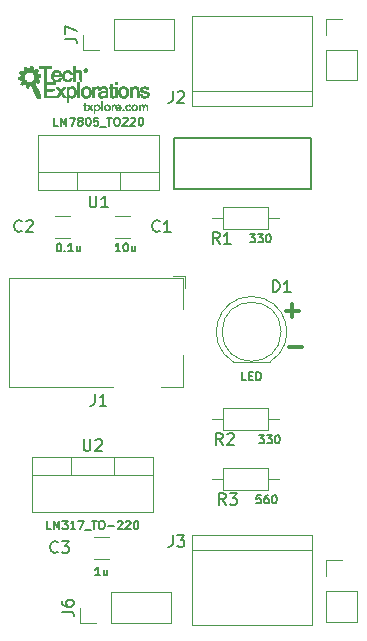
<source format=gto>
%TF.GenerationSoftware,KiCad,Pcbnew,8.0.1*%
%TF.CreationDate,2024-03-27T16:26:59+11:00*%
%TF.ProjectId,Breadboard Power Supply,42726561-6462-46f6-9172-6420506f7765,rev?*%
%TF.SameCoordinates,Original*%
%TF.FileFunction,Legend,Top*%
%TF.FilePolarity,Positive*%
%FSLAX46Y46*%
G04 Gerber Fmt 4.6, Leading zero omitted, Abs format (unit mm)*
G04 Created by KiCad (PCBNEW 8.0.1) date 2024-03-27 16:26:59*
%MOMM*%
%LPD*%
G01*
G04 APERTURE LIST*
%ADD10C,0.300000*%
%ADD11C,0.150000*%
%ADD12C,0.010000*%
%ADD13C,0.120000*%
%ADD14C,0.203200*%
G04 APERTURE END LIST*
D10*
X110951489Y-97527400D02*
X109808632Y-97527400D01*
X110697489Y-94479400D02*
X109554632Y-94479400D01*
X110126060Y-95050828D02*
X110126060Y-93907971D01*
D11*
X90257333Y-114913580D02*
X90209714Y-114961200D01*
X90209714Y-114961200D02*
X90066857Y-115008819D01*
X90066857Y-115008819D02*
X89971619Y-115008819D01*
X89971619Y-115008819D02*
X89828762Y-114961200D01*
X89828762Y-114961200D02*
X89733524Y-114865961D01*
X89733524Y-114865961D02*
X89685905Y-114770723D01*
X89685905Y-114770723D02*
X89638286Y-114580247D01*
X89638286Y-114580247D02*
X89638286Y-114437390D01*
X89638286Y-114437390D02*
X89685905Y-114246914D01*
X89685905Y-114246914D02*
X89733524Y-114151676D01*
X89733524Y-114151676D02*
X89828762Y-114056438D01*
X89828762Y-114056438D02*
X89971619Y-114008819D01*
X89971619Y-114008819D02*
X90066857Y-114008819D01*
X90066857Y-114008819D02*
X90209714Y-114056438D01*
X90209714Y-114056438D02*
X90257333Y-114104057D01*
X90590667Y-114008819D02*
X91209714Y-114008819D01*
X91209714Y-114008819D02*
X90876381Y-114389771D01*
X90876381Y-114389771D02*
X91019238Y-114389771D01*
X91019238Y-114389771D02*
X91114476Y-114437390D01*
X91114476Y-114437390D02*
X91162095Y-114485009D01*
X91162095Y-114485009D02*
X91209714Y-114580247D01*
X91209714Y-114580247D02*
X91209714Y-114818342D01*
X91209714Y-114818342D02*
X91162095Y-114913580D01*
X91162095Y-114913580D02*
X91114476Y-114961200D01*
X91114476Y-114961200D02*
X91019238Y-115008819D01*
X91019238Y-115008819D02*
X90733524Y-115008819D01*
X90733524Y-115008819D02*
X90638286Y-114961200D01*
X90638286Y-114961200D02*
X90590667Y-114913580D01*
X93863333Y-116902033D02*
X93463333Y-116902033D01*
X93663333Y-116902033D02*
X93663333Y-116202033D01*
X93663333Y-116202033D02*
X93596666Y-116302033D01*
X93596666Y-116302033D02*
X93530000Y-116368700D01*
X93530000Y-116368700D02*
X93463333Y-116402033D01*
X94463333Y-116435366D02*
X94463333Y-116902033D01*
X94163333Y-116435366D02*
X94163333Y-116802033D01*
X94163333Y-116802033D02*
X94196667Y-116868700D01*
X94196667Y-116868700D02*
X94263333Y-116902033D01*
X94263333Y-116902033D02*
X94363333Y-116902033D01*
X94363333Y-116902033D02*
X94430000Y-116868700D01*
X94430000Y-116868700D02*
X94463333Y-116835366D01*
X92964095Y-84750819D02*
X92964095Y-85560342D01*
X92964095Y-85560342D02*
X93011714Y-85655580D01*
X93011714Y-85655580D02*
X93059333Y-85703200D01*
X93059333Y-85703200D02*
X93154571Y-85750819D01*
X93154571Y-85750819D02*
X93345047Y-85750819D01*
X93345047Y-85750819D02*
X93440285Y-85703200D01*
X93440285Y-85703200D02*
X93487904Y-85655580D01*
X93487904Y-85655580D02*
X93535523Y-85560342D01*
X93535523Y-85560342D02*
X93535523Y-84750819D01*
X94535523Y-85750819D02*
X93964095Y-85750819D01*
X94249809Y-85750819D02*
X94249809Y-84750819D01*
X94249809Y-84750819D02*
X94154571Y-84893676D01*
X94154571Y-84893676D02*
X94059333Y-84988914D01*
X94059333Y-84988914D02*
X93964095Y-85036533D01*
X90309333Y-78842033D02*
X89975999Y-78842033D01*
X89975999Y-78842033D02*
X89975999Y-78142033D01*
X90542666Y-78842033D02*
X90542666Y-78142033D01*
X90542666Y-78142033D02*
X90776000Y-78642033D01*
X90776000Y-78642033D02*
X91009333Y-78142033D01*
X91009333Y-78142033D02*
X91009333Y-78842033D01*
X91276000Y-78142033D02*
X91742666Y-78142033D01*
X91742666Y-78142033D02*
X91442666Y-78842033D01*
X92109333Y-78442033D02*
X92042667Y-78408700D01*
X92042667Y-78408700D02*
X92009333Y-78375366D01*
X92009333Y-78375366D02*
X91976000Y-78308700D01*
X91976000Y-78308700D02*
X91976000Y-78275366D01*
X91976000Y-78275366D02*
X92009333Y-78208700D01*
X92009333Y-78208700D02*
X92042667Y-78175366D01*
X92042667Y-78175366D02*
X92109333Y-78142033D01*
X92109333Y-78142033D02*
X92242667Y-78142033D01*
X92242667Y-78142033D02*
X92309333Y-78175366D01*
X92309333Y-78175366D02*
X92342667Y-78208700D01*
X92342667Y-78208700D02*
X92376000Y-78275366D01*
X92376000Y-78275366D02*
X92376000Y-78308700D01*
X92376000Y-78308700D02*
X92342667Y-78375366D01*
X92342667Y-78375366D02*
X92309333Y-78408700D01*
X92309333Y-78408700D02*
X92242667Y-78442033D01*
X92242667Y-78442033D02*
X92109333Y-78442033D01*
X92109333Y-78442033D02*
X92042667Y-78475366D01*
X92042667Y-78475366D02*
X92009333Y-78508700D01*
X92009333Y-78508700D02*
X91976000Y-78575366D01*
X91976000Y-78575366D02*
X91976000Y-78708700D01*
X91976000Y-78708700D02*
X92009333Y-78775366D01*
X92009333Y-78775366D02*
X92042667Y-78808700D01*
X92042667Y-78808700D02*
X92109333Y-78842033D01*
X92109333Y-78842033D02*
X92242667Y-78842033D01*
X92242667Y-78842033D02*
X92309333Y-78808700D01*
X92309333Y-78808700D02*
X92342667Y-78775366D01*
X92342667Y-78775366D02*
X92376000Y-78708700D01*
X92376000Y-78708700D02*
X92376000Y-78575366D01*
X92376000Y-78575366D02*
X92342667Y-78508700D01*
X92342667Y-78508700D02*
X92309333Y-78475366D01*
X92309333Y-78475366D02*
X92242667Y-78442033D01*
X92809334Y-78142033D02*
X92876000Y-78142033D01*
X92876000Y-78142033D02*
X92942667Y-78175366D01*
X92942667Y-78175366D02*
X92976000Y-78208700D01*
X92976000Y-78208700D02*
X93009334Y-78275366D01*
X93009334Y-78275366D02*
X93042667Y-78408700D01*
X93042667Y-78408700D02*
X93042667Y-78575366D01*
X93042667Y-78575366D02*
X93009334Y-78708700D01*
X93009334Y-78708700D02*
X92976000Y-78775366D01*
X92976000Y-78775366D02*
X92942667Y-78808700D01*
X92942667Y-78808700D02*
X92876000Y-78842033D01*
X92876000Y-78842033D02*
X92809334Y-78842033D01*
X92809334Y-78842033D02*
X92742667Y-78808700D01*
X92742667Y-78808700D02*
X92709334Y-78775366D01*
X92709334Y-78775366D02*
X92676000Y-78708700D01*
X92676000Y-78708700D02*
X92642667Y-78575366D01*
X92642667Y-78575366D02*
X92642667Y-78408700D01*
X92642667Y-78408700D02*
X92676000Y-78275366D01*
X92676000Y-78275366D02*
X92709334Y-78208700D01*
X92709334Y-78208700D02*
X92742667Y-78175366D01*
X92742667Y-78175366D02*
X92809334Y-78142033D01*
X93676001Y-78142033D02*
X93342667Y-78142033D01*
X93342667Y-78142033D02*
X93309334Y-78475366D01*
X93309334Y-78475366D02*
X93342667Y-78442033D01*
X93342667Y-78442033D02*
X93409334Y-78408700D01*
X93409334Y-78408700D02*
X93576001Y-78408700D01*
X93576001Y-78408700D02*
X93642667Y-78442033D01*
X93642667Y-78442033D02*
X93676001Y-78475366D01*
X93676001Y-78475366D02*
X93709334Y-78542033D01*
X93709334Y-78542033D02*
X93709334Y-78708700D01*
X93709334Y-78708700D02*
X93676001Y-78775366D01*
X93676001Y-78775366D02*
X93642667Y-78808700D01*
X93642667Y-78808700D02*
X93576001Y-78842033D01*
X93576001Y-78842033D02*
X93409334Y-78842033D01*
X93409334Y-78842033D02*
X93342667Y-78808700D01*
X93342667Y-78808700D02*
X93309334Y-78775366D01*
X93842668Y-78908700D02*
X94376001Y-78908700D01*
X94442667Y-78142033D02*
X94842667Y-78142033D01*
X94642667Y-78842033D02*
X94642667Y-78142033D01*
X95209334Y-78142033D02*
X95342667Y-78142033D01*
X95342667Y-78142033D02*
X95409334Y-78175366D01*
X95409334Y-78175366D02*
X95476000Y-78242033D01*
X95476000Y-78242033D02*
X95509334Y-78375366D01*
X95509334Y-78375366D02*
X95509334Y-78608700D01*
X95509334Y-78608700D02*
X95476000Y-78742033D01*
X95476000Y-78742033D02*
X95409334Y-78808700D01*
X95409334Y-78808700D02*
X95342667Y-78842033D01*
X95342667Y-78842033D02*
X95209334Y-78842033D01*
X95209334Y-78842033D02*
X95142667Y-78808700D01*
X95142667Y-78808700D02*
X95076000Y-78742033D01*
X95076000Y-78742033D02*
X95042667Y-78608700D01*
X95042667Y-78608700D02*
X95042667Y-78375366D01*
X95042667Y-78375366D02*
X95076000Y-78242033D01*
X95076000Y-78242033D02*
X95142667Y-78175366D01*
X95142667Y-78175366D02*
X95209334Y-78142033D01*
X95776000Y-78208700D02*
X95809333Y-78175366D01*
X95809333Y-78175366D02*
X95876000Y-78142033D01*
X95876000Y-78142033D02*
X96042667Y-78142033D01*
X96042667Y-78142033D02*
X96109333Y-78175366D01*
X96109333Y-78175366D02*
X96142667Y-78208700D01*
X96142667Y-78208700D02*
X96176000Y-78275366D01*
X96176000Y-78275366D02*
X96176000Y-78342033D01*
X96176000Y-78342033D02*
X96142667Y-78442033D01*
X96142667Y-78442033D02*
X95742667Y-78842033D01*
X95742667Y-78842033D02*
X96176000Y-78842033D01*
X96442667Y-78208700D02*
X96476000Y-78175366D01*
X96476000Y-78175366D02*
X96542667Y-78142033D01*
X96542667Y-78142033D02*
X96709334Y-78142033D01*
X96709334Y-78142033D02*
X96776000Y-78175366D01*
X96776000Y-78175366D02*
X96809334Y-78208700D01*
X96809334Y-78208700D02*
X96842667Y-78275366D01*
X96842667Y-78275366D02*
X96842667Y-78342033D01*
X96842667Y-78342033D02*
X96809334Y-78442033D01*
X96809334Y-78442033D02*
X96409334Y-78842033D01*
X96409334Y-78842033D02*
X96842667Y-78842033D01*
X97276001Y-78142033D02*
X97342667Y-78142033D01*
X97342667Y-78142033D02*
X97409334Y-78175366D01*
X97409334Y-78175366D02*
X97442667Y-78208700D01*
X97442667Y-78208700D02*
X97476001Y-78275366D01*
X97476001Y-78275366D02*
X97509334Y-78408700D01*
X97509334Y-78408700D02*
X97509334Y-78575366D01*
X97509334Y-78575366D02*
X97476001Y-78708700D01*
X97476001Y-78708700D02*
X97442667Y-78775366D01*
X97442667Y-78775366D02*
X97409334Y-78808700D01*
X97409334Y-78808700D02*
X97342667Y-78842033D01*
X97342667Y-78842033D02*
X97276001Y-78842033D01*
X97276001Y-78842033D02*
X97209334Y-78808700D01*
X97209334Y-78808700D02*
X97176001Y-78775366D01*
X97176001Y-78775366D02*
X97142667Y-78708700D01*
X97142667Y-78708700D02*
X97109334Y-78575366D01*
X97109334Y-78575366D02*
X97109334Y-78408700D01*
X97109334Y-78408700D02*
X97142667Y-78275366D01*
X97142667Y-78275366D02*
X97176001Y-78208700D01*
X97176001Y-78208700D02*
X97209334Y-78175366D01*
X97209334Y-78175366D02*
X97276001Y-78142033D01*
X108481905Y-92910819D02*
X108481905Y-91910819D01*
X108481905Y-91910819D02*
X108720000Y-91910819D01*
X108720000Y-91910819D02*
X108862857Y-91958438D01*
X108862857Y-91958438D02*
X108958095Y-92053676D01*
X108958095Y-92053676D02*
X109005714Y-92148914D01*
X109005714Y-92148914D02*
X109053333Y-92339390D01*
X109053333Y-92339390D02*
X109053333Y-92482247D01*
X109053333Y-92482247D02*
X109005714Y-92672723D01*
X109005714Y-92672723D02*
X108958095Y-92767961D01*
X108958095Y-92767961D02*
X108862857Y-92863200D01*
X108862857Y-92863200D02*
X108720000Y-92910819D01*
X108720000Y-92910819D02*
X108481905Y-92910819D01*
X110005714Y-92910819D02*
X109434286Y-92910819D01*
X109720000Y-92910819D02*
X109720000Y-91910819D01*
X109720000Y-91910819D02*
X109624762Y-92053676D01*
X109624762Y-92053676D02*
X109529524Y-92148914D01*
X109529524Y-92148914D02*
X109434286Y-92196533D01*
X106230000Y-100392033D02*
X105896666Y-100392033D01*
X105896666Y-100392033D02*
X105896666Y-99692033D01*
X106463333Y-100025366D02*
X106696667Y-100025366D01*
X106796667Y-100392033D02*
X106463333Y-100392033D01*
X106463333Y-100392033D02*
X106463333Y-99692033D01*
X106463333Y-99692033D02*
X106796667Y-99692033D01*
X107096666Y-100392033D02*
X107096666Y-99692033D01*
X107096666Y-99692033D02*
X107263333Y-99692033D01*
X107263333Y-99692033D02*
X107363333Y-99725366D01*
X107363333Y-99725366D02*
X107430000Y-99792033D01*
X107430000Y-99792033D02*
X107463333Y-99858700D01*
X107463333Y-99858700D02*
X107496666Y-99992033D01*
X107496666Y-99992033D02*
X107496666Y-100092033D01*
X107496666Y-100092033D02*
X107463333Y-100225366D01*
X107463333Y-100225366D02*
X107430000Y-100292033D01*
X107430000Y-100292033D02*
X107363333Y-100358700D01*
X107363333Y-100358700D02*
X107263333Y-100392033D01*
X107263333Y-100392033D02*
X107096666Y-100392033D01*
X103973333Y-88846819D02*
X103640000Y-88370628D01*
X103401905Y-88846819D02*
X103401905Y-87846819D01*
X103401905Y-87846819D02*
X103782857Y-87846819D01*
X103782857Y-87846819D02*
X103878095Y-87894438D01*
X103878095Y-87894438D02*
X103925714Y-87942057D01*
X103925714Y-87942057D02*
X103973333Y-88037295D01*
X103973333Y-88037295D02*
X103973333Y-88180152D01*
X103973333Y-88180152D02*
X103925714Y-88275390D01*
X103925714Y-88275390D02*
X103878095Y-88323009D01*
X103878095Y-88323009D02*
X103782857Y-88370628D01*
X103782857Y-88370628D02*
X103401905Y-88370628D01*
X104925714Y-88846819D02*
X104354286Y-88846819D01*
X104640000Y-88846819D02*
X104640000Y-87846819D01*
X104640000Y-87846819D02*
X104544762Y-87989676D01*
X104544762Y-87989676D02*
X104449524Y-88084914D01*
X104449524Y-88084914D02*
X104354286Y-88132533D01*
X106542000Y-88008033D02*
X106975333Y-88008033D01*
X106975333Y-88008033D02*
X106742000Y-88274700D01*
X106742000Y-88274700D02*
X106842000Y-88274700D01*
X106842000Y-88274700D02*
X106908666Y-88308033D01*
X106908666Y-88308033D02*
X106942000Y-88341366D01*
X106942000Y-88341366D02*
X106975333Y-88408033D01*
X106975333Y-88408033D02*
X106975333Y-88574700D01*
X106975333Y-88574700D02*
X106942000Y-88641366D01*
X106942000Y-88641366D02*
X106908666Y-88674700D01*
X106908666Y-88674700D02*
X106842000Y-88708033D01*
X106842000Y-88708033D02*
X106642000Y-88708033D01*
X106642000Y-88708033D02*
X106575333Y-88674700D01*
X106575333Y-88674700D02*
X106542000Y-88641366D01*
X107208667Y-88008033D02*
X107642000Y-88008033D01*
X107642000Y-88008033D02*
X107408667Y-88274700D01*
X107408667Y-88274700D02*
X107508667Y-88274700D01*
X107508667Y-88274700D02*
X107575333Y-88308033D01*
X107575333Y-88308033D02*
X107608667Y-88341366D01*
X107608667Y-88341366D02*
X107642000Y-88408033D01*
X107642000Y-88408033D02*
X107642000Y-88574700D01*
X107642000Y-88574700D02*
X107608667Y-88641366D01*
X107608667Y-88641366D02*
X107575333Y-88674700D01*
X107575333Y-88674700D02*
X107508667Y-88708033D01*
X107508667Y-88708033D02*
X107308667Y-88708033D01*
X107308667Y-88708033D02*
X107242000Y-88674700D01*
X107242000Y-88674700D02*
X107208667Y-88641366D01*
X108075334Y-88008033D02*
X108142000Y-88008033D01*
X108142000Y-88008033D02*
X108208667Y-88041366D01*
X108208667Y-88041366D02*
X108242000Y-88074700D01*
X108242000Y-88074700D02*
X108275334Y-88141366D01*
X108275334Y-88141366D02*
X108308667Y-88274700D01*
X108308667Y-88274700D02*
X108308667Y-88441366D01*
X108308667Y-88441366D02*
X108275334Y-88574700D01*
X108275334Y-88574700D02*
X108242000Y-88641366D01*
X108242000Y-88641366D02*
X108208667Y-88674700D01*
X108208667Y-88674700D02*
X108142000Y-88708033D01*
X108142000Y-88708033D02*
X108075334Y-88708033D01*
X108075334Y-88708033D02*
X108008667Y-88674700D01*
X108008667Y-88674700D02*
X107975334Y-88641366D01*
X107975334Y-88641366D02*
X107942000Y-88574700D01*
X107942000Y-88574700D02*
X107908667Y-88441366D01*
X107908667Y-88441366D02*
X107908667Y-88274700D01*
X107908667Y-88274700D02*
X107942000Y-88141366D01*
X107942000Y-88141366D02*
X107975334Y-88074700D01*
X107975334Y-88074700D02*
X108008667Y-88041366D01*
X108008667Y-88041366D02*
X108075334Y-88008033D01*
X99996666Y-113500819D02*
X99996666Y-114215104D01*
X99996666Y-114215104D02*
X99949047Y-114357961D01*
X99949047Y-114357961D02*
X99853809Y-114453200D01*
X99853809Y-114453200D02*
X99710952Y-114500819D01*
X99710952Y-114500819D02*
X99615714Y-114500819D01*
X100377619Y-113500819D02*
X100996666Y-113500819D01*
X100996666Y-113500819D02*
X100663333Y-113881771D01*
X100663333Y-113881771D02*
X100806190Y-113881771D01*
X100806190Y-113881771D02*
X100901428Y-113929390D01*
X100901428Y-113929390D02*
X100949047Y-113977009D01*
X100949047Y-113977009D02*
X100996666Y-114072247D01*
X100996666Y-114072247D02*
X100996666Y-114310342D01*
X100996666Y-114310342D02*
X100949047Y-114405580D01*
X100949047Y-114405580D02*
X100901428Y-114453200D01*
X100901428Y-114453200D02*
X100806190Y-114500819D01*
X100806190Y-114500819D02*
X100520476Y-114500819D01*
X100520476Y-114500819D02*
X100425238Y-114453200D01*
X100425238Y-114453200D02*
X100377619Y-114405580D01*
X87209333Y-87735580D02*
X87161714Y-87783200D01*
X87161714Y-87783200D02*
X87018857Y-87830819D01*
X87018857Y-87830819D02*
X86923619Y-87830819D01*
X86923619Y-87830819D02*
X86780762Y-87783200D01*
X86780762Y-87783200D02*
X86685524Y-87687961D01*
X86685524Y-87687961D02*
X86637905Y-87592723D01*
X86637905Y-87592723D02*
X86590286Y-87402247D01*
X86590286Y-87402247D02*
X86590286Y-87259390D01*
X86590286Y-87259390D02*
X86637905Y-87068914D01*
X86637905Y-87068914D02*
X86685524Y-86973676D01*
X86685524Y-86973676D02*
X86780762Y-86878438D01*
X86780762Y-86878438D02*
X86923619Y-86830819D01*
X86923619Y-86830819D02*
X87018857Y-86830819D01*
X87018857Y-86830819D02*
X87161714Y-86878438D01*
X87161714Y-86878438D02*
X87209333Y-86926057D01*
X87590286Y-86926057D02*
X87637905Y-86878438D01*
X87637905Y-86878438D02*
X87733143Y-86830819D01*
X87733143Y-86830819D02*
X87971238Y-86830819D01*
X87971238Y-86830819D02*
X88066476Y-86878438D01*
X88066476Y-86878438D02*
X88114095Y-86926057D01*
X88114095Y-86926057D02*
X88161714Y-87021295D01*
X88161714Y-87021295D02*
X88161714Y-87116533D01*
X88161714Y-87116533D02*
X88114095Y-87259390D01*
X88114095Y-87259390D02*
X87542667Y-87830819D01*
X87542667Y-87830819D02*
X88161714Y-87830819D01*
X90336000Y-88770033D02*
X90402666Y-88770033D01*
X90402666Y-88770033D02*
X90469333Y-88803366D01*
X90469333Y-88803366D02*
X90502666Y-88836700D01*
X90502666Y-88836700D02*
X90536000Y-88903366D01*
X90536000Y-88903366D02*
X90569333Y-89036700D01*
X90569333Y-89036700D02*
X90569333Y-89203366D01*
X90569333Y-89203366D02*
X90536000Y-89336700D01*
X90536000Y-89336700D02*
X90502666Y-89403366D01*
X90502666Y-89403366D02*
X90469333Y-89436700D01*
X90469333Y-89436700D02*
X90402666Y-89470033D01*
X90402666Y-89470033D02*
X90336000Y-89470033D01*
X90336000Y-89470033D02*
X90269333Y-89436700D01*
X90269333Y-89436700D02*
X90236000Y-89403366D01*
X90236000Y-89403366D02*
X90202666Y-89336700D01*
X90202666Y-89336700D02*
X90169333Y-89203366D01*
X90169333Y-89203366D02*
X90169333Y-89036700D01*
X90169333Y-89036700D02*
X90202666Y-88903366D01*
X90202666Y-88903366D02*
X90236000Y-88836700D01*
X90236000Y-88836700D02*
X90269333Y-88803366D01*
X90269333Y-88803366D02*
X90336000Y-88770033D01*
X90869333Y-89403366D02*
X90902667Y-89436700D01*
X90902667Y-89436700D02*
X90869333Y-89470033D01*
X90869333Y-89470033D02*
X90836000Y-89436700D01*
X90836000Y-89436700D02*
X90869333Y-89403366D01*
X90869333Y-89403366D02*
X90869333Y-89470033D01*
X91569333Y-89470033D02*
X91169333Y-89470033D01*
X91369333Y-89470033D02*
X91369333Y-88770033D01*
X91369333Y-88770033D02*
X91302666Y-88870033D01*
X91302666Y-88870033D02*
X91236000Y-88936700D01*
X91236000Y-88936700D02*
X91169333Y-88970033D01*
X92169333Y-89003366D02*
X92169333Y-89470033D01*
X91869333Y-89003366D02*
X91869333Y-89370033D01*
X91869333Y-89370033D02*
X91902667Y-89436700D01*
X91902667Y-89436700D02*
X91969333Y-89470033D01*
X91969333Y-89470033D02*
X92069333Y-89470033D01*
X92069333Y-89470033D02*
X92136000Y-89436700D01*
X92136000Y-89436700D02*
X92169333Y-89403366D01*
X104227333Y-105864819D02*
X103894000Y-105388628D01*
X103655905Y-105864819D02*
X103655905Y-104864819D01*
X103655905Y-104864819D02*
X104036857Y-104864819D01*
X104036857Y-104864819D02*
X104132095Y-104912438D01*
X104132095Y-104912438D02*
X104179714Y-104960057D01*
X104179714Y-104960057D02*
X104227333Y-105055295D01*
X104227333Y-105055295D02*
X104227333Y-105198152D01*
X104227333Y-105198152D02*
X104179714Y-105293390D01*
X104179714Y-105293390D02*
X104132095Y-105341009D01*
X104132095Y-105341009D02*
X104036857Y-105388628D01*
X104036857Y-105388628D02*
X103655905Y-105388628D01*
X104608286Y-104960057D02*
X104655905Y-104912438D01*
X104655905Y-104912438D02*
X104751143Y-104864819D01*
X104751143Y-104864819D02*
X104989238Y-104864819D01*
X104989238Y-104864819D02*
X105084476Y-104912438D01*
X105084476Y-104912438D02*
X105132095Y-104960057D01*
X105132095Y-104960057D02*
X105179714Y-105055295D01*
X105179714Y-105055295D02*
X105179714Y-105150533D01*
X105179714Y-105150533D02*
X105132095Y-105293390D01*
X105132095Y-105293390D02*
X104560667Y-105864819D01*
X104560667Y-105864819D02*
X105179714Y-105864819D01*
X107304000Y-105026033D02*
X107737333Y-105026033D01*
X107737333Y-105026033D02*
X107504000Y-105292700D01*
X107504000Y-105292700D02*
X107604000Y-105292700D01*
X107604000Y-105292700D02*
X107670666Y-105326033D01*
X107670666Y-105326033D02*
X107704000Y-105359366D01*
X107704000Y-105359366D02*
X107737333Y-105426033D01*
X107737333Y-105426033D02*
X107737333Y-105592700D01*
X107737333Y-105592700D02*
X107704000Y-105659366D01*
X107704000Y-105659366D02*
X107670666Y-105692700D01*
X107670666Y-105692700D02*
X107604000Y-105726033D01*
X107604000Y-105726033D02*
X107404000Y-105726033D01*
X107404000Y-105726033D02*
X107337333Y-105692700D01*
X107337333Y-105692700D02*
X107304000Y-105659366D01*
X107970667Y-105026033D02*
X108404000Y-105026033D01*
X108404000Y-105026033D02*
X108170667Y-105292700D01*
X108170667Y-105292700D02*
X108270667Y-105292700D01*
X108270667Y-105292700D02*
X108337333Y-105326033D01*
X108337333Y-105326033D02*
X108370667Y-105359366D01*
X108370667Y-105359366D02*
X108404000Y-105426033D01*
X108404000Y-105426033D02*
X108404000Y-105592700D01*
X108404000Y-105592700D02*
X108370667Y-105659366D01*
X108370667Y-105659366D02*
X108337333Y-105692700D01*
X108337333Y-105692700D02*
X108270667Y-105726033D01*
X108270667Y-105726033D02*
X108070667Y-105726033D01*
X108070667Y-105726033D02*
X108004000Y-105692700D01*
X108004000Y-105692700D02*
X107970667Y-105659366D01*
X108837334Y-105026033D02*
X108904000Y-105026033D01*
X108904000Y-105026033D02*
X108970667Y-105059366D01*
X108970667Y-105059366D02*
X109004000Y-105092700D01*
X109004000Y-105092700D02*
X109037334Y-105159366D01*
X109037334Y-105159366D02*
X109070667Y-105292700D01*
X109070667Y-105292700D02*
X109070667Y-105459366D01*
X109070667Y-105459366D02*
X109037334Y-105592700D01*
X109037334Y-105592700D02*
X109004000Y-105659366D01*
X109004000Y-105659366D02*
X108970667Y-105692700D01*
X108970667Y-105692700D02*
X108904000Y-105726033D01*
X108904000Y-105726033D02*
X108837334Y-105726033D01*
X108837334Y-105726033D02*
X108770667Y-105692700D01*
X108770667Y-105692700D02*
X108737334Y-105659366D01*
X108737334Y-105659366D02*
X108704000Y-105592700D01*
X108704000Y-105592700D02*
X108670667Y-105459366D01*
X108670667Y-105459366D02*
X108670667Y-105292700D01*
X108670667Y-105292700D02*
X108704000Y-105159366D01*
X108704000Y-105159366D02*
X108737334Y-105092700D01*
X108737334Y-105092700D02*
X108770667Y-105059366D01*
X108770667Y-105059366D02*
X108837334Y-105026033D01*
X93392666Y-101529319D02*
X93392666Y-102243604D01*
X93392666Y-102243604D02*
X93345047Y-102386461D01*
X93345047Y-102386461D02*
X93249809Y-102481700D01*
X93249809Y-102481700D02*
X93106952Y-102529319D01*
X93106952Y-102529319D02*
X93011714Y-102529319D01*
X94392666Y-102529319D02*
X93821238Y-102529319D01*
X94106952Y-102529319D02*
X94106952Y-101529319D01*
X94106952Y-101529319D02*
X94011714Y-101672176D01*
X94011714Y-101672176D02*
X93916476Y-101767414D01*
X93916476Y-101767414D02*
X93821238Y-101815033D01*
X99996666Y-75908819D02*
X99996666Y-76623104D01*
X99996666Y-76623104D02*
X99949047Y-76765961D01*
X99949047Y-76765961D02*
X99853809Y-76861200D01*
X99853809Y-76861200D02*
X99710952Y-76908819D01*
X99710952Y-76908819D02*
X99615714Y-76908819D01*
X100425238Y-76004057D02*
X100472857Y-75956438D01*
X100472857Y-75956438D02*
X100568095Y-75908819D01*
X100568095Y-75908819D02*
X100806190Y-75908819D01*
X100806190Y-75908819D02*
X100901428Y-75956438D01*
X100901428Y-75956438D02*
X100949047Y-76004057D01*
X100949047Y-76004057D02*
X100996666Y-76099295D01*
X100996666Y-76099295D02*
X100996666Y-76194533D01*
X100996666Y-76194533D02*
X100949047Y-76337390D01*
X100949047Y-76337390D02*
X100377619Y-76908819D01*
X100377619Y-76908819D02*
X100996666Y-76908819D01*
X104481333Y-110944819D02*
X104148000Y-110468628D01*
X103909905Y-110944819D02*
X103909905Y-109944819D01*
X103909905Y-109944819D02*
X104290857Y-109944819D01*
X104290857Y-109944819D02*
X104386095Y-109992438D01*
X104386095Y-109992438D02*
X104433714Y-110040057D01*
X104433714Y-110040057D02*
X104481333Y-110135295D01*
X104481333Y-110135295D02*
X104481333Y-110278152D01*
X104481333Y-110278152D02*
X104433714Y-110373390D01*
X104433714Y-110373390D02*
X104386095Y-110421009D01*
X104386095Y-110421009D02*
X104290857Y-110468628D01*
X104290857Y-110468628D02*
X103909905Y-110468628D01*
X104814667Y-109944819D02*
X105433714Y-109944819D01*
X105433714Y-109944819D02*
X105100381Y-110325771D01*
X105100381Y-110325771D02*
X105243238Y-110325771D01*
X105243238Y-110325771D02*
X105338476Y-110373390D01*
X105338476Y-110373390D02*
X105386095Y-110421009D01*
X105386095Y-110421009D02*
X105433714Y-110516247D01*
X105433714Y-110516247D02*
X105433714Y-110754342D01*
X105433714Y-110754342D02*
X105386095Y-110849580D01*
X105386095Y-110849580D02*
X105338476Y-110897200D01*
X105338476Y-110897200D02*
X105243238Y-110944819D01*
X105243238Y-110944819D02*
X104957524Y-110944819D01*
X104957524Y-110944819D02*
X104862286Y-110897200D01*
X104862286Y-110897200D02*
X104814667Y-110849580D01*
X107450000Y-110106033D02*
X107116666Y-110106033D01*
X107116666Y-110106033D02*
X107083333Y-110439366D01*
X107083333Y-110439366D02*
X107116666Y-110406033D01*
X107116666Y-110406033D02*
X107183333Y-110372700D01*
X107183333Y-110372700D02*
X107350000Y-110372700D01*
X107350000Y-110372700D02*
X107416666Y-110406033D01*
X107416666Y-110406033D02*
X107450000Y-110439366D01*
X107450000Y-110439366D02*
X107483333Y-110506033D01*
X107483333Y-110506033D02*
X107483333Y-110672700D01*
X107483333Y-110672700D02*
X107450000Y-110739366D01*
X107450000Y-110739366D02*
X107416666Y-110772700D01*
X107416666Y-110772700D02*
X107350000Y-110806033D01*
X107350000Y-110806033D02*
X107183333Y-110806033D01*
X107183333Y-110806033D02*
X107116666Y-110772700D01*
X107116666Y-110772700D02*
X107083333Y-110739366D01*
X108083333Y-110106033D02*
X107950000Y-110106033D01*
X107950000Y-110106033D02*
X107883333Y-110139366D01*
X107883333Y-110139366D02*
X107850000Y-110172700D01*
X107850000Y-110172700D02*
X107783333Y-110272700D01*
X107783333Y-110272700D02*
X107750000Y-110406033D01*
X107750000Y-110406033D02*
X107750000Y-110672700D01*
X107750000Y-110672700D02*
X107783333Y-110739366D01*
X107783333Y-110739366D02*
X107816667Y-110772700D01*
X107816667Y-110772700D02*
X107883333Y-110806033D01*
X107883333Y-110806033D02*
X108016667Y-110806033D01*
X108016667Y-110806033D02*
X108083333Y-110772700D01*
X108083333Y-110772700D02*
X108116667Y-110739366D01*
X108116667Y-110739366D02*
X108150000Y-110672700D01*
X108150000Y-110672700D02*
X108150000Y-110506033D01*
X108150000Y-110506033D02*
X108116667Y-110439366D01*
X108116667Y-110439366D02*
X108083333Y-110406033D01*
X108083333Y-110406033D02*
X108016667Y-110372700D01*
X108016667Y-110372700D02*
X107883333Y-110372700D01*
X107883333Y-110372700D02*
X107816667Y-110406033D01*
X107816667Y-110406033D02*
X107783333Y-110439366D01*
X107783333Y-110439366D02*
X107750000Y-110506033D01*
X108583334Y-110106033D02*
X108650000Y-110106033D01*
X108650000Y-110106033D02*
X108716667Y-110139366D01*
X108716667Y-110139366D02*
X108750000Y-110172700D01*
X108750000Y-110172700D02*
X108783334Y-110239366D01*
X108783334Y-110239366D02*
X108816667Y-110372700D01*
X108816667Y-110372700D02*
X108816667Y-110539366D01*
X108816667Y-110539366D02*
X108783334Y-110672700D01*
X108783334Y-110672700D02*
X108750000Y-110739366D01*
X108750000Y-110739366D02*
X108716667Y-110772700D01*
X108716667Y-110772700D02*
X108650000Y-110806033D01*
X108650000Y-110806033D02*
X108583334Y-110806033D01*
X108583334Y-110806033D02*
X108516667Y-110772700D01*
X108516667Y-110772700D02*
X108483334Y-110739366D01*
X108483334Y-110739366D02*
X108450000Y-110672700D01*
X108450000Y-110672700D02*
X108416667Y-110539366D01*
X108416667Y-110539366D02*
X108416667Y-110372700D01*
X108416667Y-110372700D02*
X108450000Y-110239366D01*
X108450000Y-110239366D02*
X108483334Y-110172700D01*
X108483334Y-110172700D02*
X108516667Y-110139366D01*
X108516667Y-110139366D02*
X108583334Y-110106033D01*
X90865819Y-71453333D02*
X91580104Y-71453333D01*
X91580104Y-71453333D02*
X91722961Y-71500952D01*
X91722961Y-71500952D02*
X91818200Y-71596190D01*
X91818200Y-71596190D02*
X91865819Y-71739047D01*
X91865819Y-71739047D02*
X91865819Y-71834285D01*
X90865819Y-71072380D02*
X90865819Y-70405714D01*
X90865819Y-70405714D02*
X91865819Y-70834285D01*
X90611819Y-119967333D02*
X91326104Y-119967333D01*
X91326104Y-119967333D02*
X91468961Y-120014952D01*
X91468961Y-120014952D02*
X91564200Y-120110190D01*
X91564200Y-120110190D02*
X91611819Y-120253047D01*
X91611819Y-120253047D02*
X91611819Y-120348285D01*
X90611819Y-119062571D02*
X90611819Y-119253047D01*
X90611819Y-119253047D02*
X90659438Y-119348285D01*
X90659438Y-119348285D02*
X90707057Y-119395904D01*
X90707057Y-119395904D02*
X90849914Y-119491142D01*
X90849914Y-119491142D02*
X91040390Y-119538761D01*
X91040390Y-119538761D02*
X91421342Y-119538761D01*
X91421342Y-119538761D02*
X91516580Y-119491142D01*
X91516580Y-119491142D02*
X91564200Y-119443523D01*
X91564200Y-119443523D02*
X91611819Y-119348285D01*
X91611819Y-119348285D02*
X91611819Y-119157809D01*
X91611819Y-119157809D02*
X91564200Y-119062571D01*
X91564200Y-119062571D02*
X91516580Y-119014952D01*
X91516580Y-119014952D02*
X91421342Y-118967333D01*
X91421342Y-118967333D02*
X91183247Y-118967333D01*
X91183247Y-118967333D02*
X91088009Y-119014952D01*
X91088009Y-119014952D02*
X91040390Y-119062571D01*
X91040390Y-119062571D02*
X90992771Y-119157809D01*
X90992771Y-119157809D02*
X90992771Y-119348285D01*
X90992771Y-119348285D02*
X91040390Y-119443523D01*
X91040390Y-119443523D02*
X91088009Y-119491142D01*
X91088009Y-119491142D02*
X91183247Y-119538761D01*
X92456095Y-105349819D02*
X92456095Y-106159342D01*
X92456095Y-106159342D02*
X92503714Y-106254580D01*
X92503714Y-106254580D02*
X92551333Y-106302200D01*
X92551333Y-106302200D02*
X92646571Y-106349819D01*
X92646571Y-106349819D02*
X92837047Y-106349819D01*
X92837047Y-106349819D02*
X92932285Y-106302200D01*
X92932285Y-106302200D02*
X92979904Y-106254580D01*
X92979904Y-106254580D02*
X93027523Y-106159342D01*
X93027523Y-106159342D02*
X93027523Y-105349819D01*
X93456095Y-105445057D02*
X93503714Y-105397438D01*
X93503714Y-105397438D02*
X93598952Y-105349819D01*
X93598952Y-105349819D02*
X93837047Y-105349819D01*
X93837047Y-105349819D02*
X93932285Y-105397438D01*
X93932285Y-105397438D02*
X93979904Y-105445057D01*
X93979904Y-105445057D02*
X94027523Y-105540295D01*
X94027523Y-105540295D02*
X94027523Y-105635533D01*
X94027523Y-105635533D02*
X93979904Y-105778390D01*
X93979904Y-105778390D02*
X93408476Y-106349819D01*
X93408476Y-106349819D02*
X94027523Y-106349819D01*
X89701333Y-112981033D02*
X89367999Y-112981033D01*
X89367999Y-112981033D02*
X89367999Y-112281033D01*
X89934666Y-112981033D02*
X89934666Y-112281033D01*
X89934666Y-112281033D02*
X90168000Y-112781033D01*
X90168000Y-112781033D02*
X90401333Y-112281033D01*
X90401333Y-112281033D02*
X90401333Y-112981033D01*
X90668000Y-112281033D02*
X91101333Y-112281033D01*
X91101333Y-112281033D02*
X90868000Y-112547700D01*
X90868000Y-112547700D02*
X90968000Y-112547700D01*
X90968000Y-112547700D02*
X91034666Y-112581033D01*
X91034666Y-112581033D02*
X91068000Y-112614366D01*
X91068000Y-112614366D02*
X91101333Y-112681033D01*
X91101333Y-112681033D02*
X91101333Y-112847700D01*
X91101333Y-112847700D02*
X91068000Y-112914366D01*
X91068000Y-112914366D02*
X91034666Y-112947700D01*
X91034666Y-112947700D02*
X90968000Y-112981033D01*
X90968000Y-112981033D02*
X90768000Y-112981033D01*
X90768000Y-112981033D02*
X90701333Y-112947700D01*
X90701333Y-112947700D02*
X90668000Y-112914366D01*
X91768000Y-112981033D02*
X91368000Y-112981033D01*
X91568000Y-112981033D02*
X91568000Y-112281033D01*
X91568000Y-112281033D02*
X91501333Y-112381033D01*
X91501333Y-112381033D02*
X91434667Y-112447700D01*
X91434667Y-112447700D02*
X91368000Y-112481033D01*
X92001334Y-112281033D02*
X92468000Y-112281033D01*
X92468000Y-112281033D02*
X92168000Y-112981033D01*
X92568001Y-113047700D02*
X93101334Y-113047700D01*
X93168000Y-112281033D02*
X93568000Y-112281033D01*
X93368000Y-112981033D02*
X93368000Y-112281033D01*
X93934667Y-112281033D02*
X94068000Y-112281033D01*
X94068000Y-112281033D02*
X94134667Y-112314366D01*
X94134667Y-112314366D02*
X94201333Y-112381033D01*
X94201333Y-112381033D02*
X94234667Y-112514366D01*
X94234667Y-112514366D02*
X94234667Y-112747700D01*
X94234667Y-112747700D02*
X94201333Y-112881033D01*
X94201333Y-112881033D02*
X94134667Y-112947700D01*
X94134667Y-112947700D02*
X94068000Y-112981033D01*
X94068000Y-112981033D02*
X93934667Y-112981033D01*
X93934667Y-112981033D02*
X93868000Y-112947700D01*
X93868000Y-112947700D02*
X93801333Y-112881033D01*
X93801333Y-112881033D02*
X93768000Y-112747700D01*
X93768000Y-112747700D02*
X93768000Y-112514366D01*
X93768000Y-112514366D02*
X93801333Y-112381033D01*
X93801333Y-112381033D02*
X93868000Y-112314366D01*
X93868000Y-112314366D02*
X93934667Y-112281033D01*
X94534666Y-112714366D02*
X95068000Y-112714366D01*
X95368000Y-112347700D02*
X95401333Y-112314366D01*
X95401333Y-112314366D02*
X95468000Y-112281033D01*
X95468000Y-112281033D02*
X95634667Y-112281033D01*
X95634667Y-112281033D02*
X95701333Y-112314366D01*
X95701333Y-112314366D02*
X95734667Y-112347700D01*
X95734667Y-112347700D02*
X95768000Y-112414366D01*
X95768000Y-112414366D02*
X95768000Y-112481033D01*
X95768000Y-112481033D02*
X95734667Y-112581033D01*
X95734667Y-112581033D02*
X95334667Y-112981033D01*
X95334667Y-112981033D02*
X95768000Y-112981033D01*
X96034667Y-112347700D02*
X96068000Y-112314366D01*
X96068000Y-112314366D02*
X96134667Y-112281033D01*
X96134667Y-112281033D02*
X96301334Y-112281033D01*
X96301334Y-112281033D02*
X96368000Y-112314366D01*
X96368000Y-112314366D02*
X96401334Y-112347700D01*
X96401334Y-112347700D02*
X96434667Y-112414366D01*
X96434667Y-112414366D02*
X96434667Y-112481033D01*
X96434667Y-112481033D02*
X96401334Y-112581033D01*
X96401334Y-112581033D02*
X96001334Y-112981033D01*
X96001334Y-112981033D02*
X96434667Y-112981033D01*
X96868001Y-112281033D02*
X96934667Y-112281033D01*
X96934667Y-112281033D02*
X97001334Y-112314366D01*
X97001334Y-112314366D02*
X97034667Y-112347700D01*
X97034667Y-112347700D02*
X97068001Y-112414366D01*
X97068001Y-112414366D02*
X97101334Y-112547700D01*
X97101334Y-112547700D02*
X97101334Y-112714366D01*
X97101334Y-112714366D02*
X97068001Y-112847700D01*
X97068001Y-112847700D02*
X97034667Y-112914366D01*
X97034667Y-112914366D02*
X97001334Y-112947700D01*
X97001334Y-112947700D02*
X96934667Y-112981033D01*
X96934667Y-112981033D02*
X96868001Y-112981033D01*
X96868001Y-112981033D02*
X96801334Y-112947700D01*
X96801334Y-112947700D02*
X96768001Y-112914366D01*
X96768001Y-112914366D02*
X96734667Y-112847700D01*
X96734667Y-112847700D02*
X96701334Y-112714366D01*
X96701334Y-112714366D02*
X96701334Y-112547700D01*
X96701334Y-112547700D02*
X96734667Y-112414366D01*
X96734667Y-112414366D02*
X96768001Y-112347700D01*
X96768001Y-112347700D02*
X96801334Y-112314366D01*
X96801334Y-112314366D02*
X96868001Y-112281033D01*
X98893333Y-87735580D02*
X98845714Y-87783200D01*
X98845714Y-87783200D02*
X98702857Y-87830819D01*
X98702857Y-87830819D02*
X98607619Y-87830819D01*
X98607619Y-87830819D02*
X98464762Y-87783200D01*
X98464762Y-87783200D02*
X98369524Y-87687961D01*
X98369524Y-87687961D02*
X98321905Y-87592723D01*
X98321905Y-87592723D02*
X98274286Y-87402247D01*
X98274286Y-87402247D02*
X98274286Y-87259390D01*
X98274286Y-87259390D02*
X98321905Y-87068914D01*
X98321905Y-87068914D02*
X98369524Y-86973676D01*
X98369524Y-86973676D02*
X98464762Y-86878438D01*
X98464762Y-86878438D02*
X98607619Y-86830819D01*
X98607619Y-86830819D02*
X98702857Y-86830819D01*
X98702857Y-86830819D02*
X98845714Y-86878438D01*
X98845714Y-86878438D02*
X98893333Y-86926057D01*
X99845714Y-87830819D02*
X99274286Y-87830819D01*
X99560000Y-87830819D02*
X99560000Y-86830819D01*
X99560000Y-86830819D02*
X99464762Y-86973676D01*
X99464762Y-86973676D02*
X99369524Y-87068914D01*
X99369524Y-87068914D02*
X99274286Y-87116533D01*
X95562000Y-89470033D02*
X95162000Y-89470033D01*
X95362000Y-89470033D02*
X95362000Y-88770033D01*
X95362000Y-88770033D02*
X95295333Y-88870033D01*
X95295333Y-88870033D02*
X95228667Y-88936700D01*
X95228667Y-88936700D02*
X95162000Y-88970033D01*
X95995334Y-88770033D02*
X96062000Y-88770033D01*
X96062000Y-88770033D02*
X96128667Y-88803366D01*
X96128667Y-88803366D02*
X96162000Y-88836700D01*
X96162000Y-88836700D02*
X96195334Y-88903366D01*
X96195334Y-88903366D02*
X96228667Y-89036700D01*
X96228667Y-89036700D02*
X96228667Y-89203366D01*
X96228667Y-89203366D02*
X96195334Y-89336700D01*
X96195334Y-89336700D02*
X96162000Y-89403366D01*
X96162000Y-89403366D02*
X96128667Y-89436700D01*
X96128667Y-89436700D02*
X96062000Y-89470033D01*
X96062000Y-89470033D02*
X95995334Y-89470033D01*
X95995334Y-89470033D02*
X95928667Y-89436700D01*
X95928667Y-89436700D02*
X95895334Y-89403366D01*
X95895334Y-89403366D02*
X95862000Y-89336700D01*
X95862000Y-89336700D02*
X95828667Y-89203366D01*
X95828667Y-89203366D02*
X95828667Y-89036700D01*
X95828667Y-89036700D02*
X95862000Y-88903366D01*
X95862000Y-88903366D02*
X95895334Y-88836700D01*
X95895334Y-88836700D02*
X95928667Y-88803366D01*
X95928667Y-88803366D02*
X95995334Y-88770033D01*
X96828667Y-89003366D02*
X96828667Y-89470033D01*
X96528667Y-89003366D02*
X96528667Y-89370033D01*
X96528667Y-89370033D02*
X96562001Y-89436700D01*
X96562001Y-89436700D02*
X96628667Y-89470033D01*
X96628667Y-89470033D02*
X96728667Y-89470033D01*
X96728667Y-89470033D02*
X96795334Y-89436700D01*
X96795334Y-89436700D02*
X96828667Y-89403366D01*
D12*
%TO.C,G\u002A\u002A\u002A*%
X93641356Y-77039169D02*
X93700080Y-77065205D01*
X93750561Y-77105776D01*
X93785423Y-77153413D01*
X93808802Y-77215605D01*
X93815587Y-77283579D01*
X93806205Y-77352021D01*
X93781082Y-77415616D01*
X93761985Y-77444945D01*
X93719268Y-77485201D01*
X93664971Y-77512992D01*
X93603796Y-77527928D01*
X93540447Y-77529617D01*
X93479624Y-77517669D01*
X93426032Y-77491694D01*
X93404771Y-77474616D01*
X93370899Y-77442672D01*
X93368109Y-77601116D01*
X93365320Y-77759560D01*
X93337380Y-77762774D01*
X93309440Y-77765989D01*
X93309440Y-77299945D01*
X93362039Y-77299945D01*
X93375790Y-77353365D01*
X93406885Y-77403732D01*
X93419798Y-77417798D01*
X93449158Y-77442579D01*
X93480177Y-77461996D01*
X93492799Y-77467440D01*
X93547002Y-77477031D01*
X93604308Y-77473113D01*
X93656334Y-77456634D01*
X93673357Y-77447025D01*
X93713465Y-77409058D01*
X93740600Y-77359724D01*
X93754230Y-77303724D01*
X93753825Y-77245754D01*
X93738856Y-77190514D01*
X93708792Y-77142701D01*
X93707832Y-77141630D01*
X93671063Y-77113120D01*
X93623314Y-77092686D01*
X93573443Y-77084001D01*
X93568598Y-77083920D01*
X93506468Y-77092429D01*
X93453630Y-77115952D01*
X93411427Y-77151475D01*
X93381199Y-77195989D01*
X93364289Y-77246483D01*
X93362039Y-77299945D01*
X93309440Y-77299945D01*
X93309440Y-77043280D01*
X93339920Y-77043280D01*
X93360030Y-77045106D01*
X93368552Y-77054608D01*
X93370394Y-77077817D01*
X93370400Y-77080740D01*
X93370400Y-77118201D01*
X93398340Y-77092142D01*
X93452880Y-77054155D01*
X93514040Y-77033056D01*
X93578104Y-77028256D01*
X93641356Y-77039169D01*
G36*
X93641356Y-77039169D02*
G01*
X93700080Y-77065205D01*
X93750561Y-77105776D01*
X93785423Y-77153413D01*
X93808802Y-77215605D01*
X93815587Y-77283579D01*
X93806205Y-77352021D01*
X93781082Y-77415616D01*
X93761985Y-77444945D01*
X93719268Y-77485201D01*
X93664971Y-77512992D01*
X93603796Y-77527928D01*
X93540447Y-77529617D01*
X93479624Y-77517669D01*
X93426032Y-77491694D01*
X93404771Y-77474616D01*
X93370899Y-77442672D01*
X93368109Y-77601116D01*
X93365320Y-77759560D01*
X93337380Y-77762774D01*
X93309440Y-77765989D01*
X93309440Y-77299945D01*
X93362039Y-77299945D01*
X93375790Y-77353365D01*
X93406885Y-77403732D01*
X93419798Y-77417798D01*
X93449158Y-77442579D01*
X93480177Y-77461996D01*
X93492799Y-77467440D01*
X93547002Y-77477031D01*
X93604308Y-77473113D01*
X93656334Y-77456634D01*
X93673357Y-77447025D01*
X93713465Y-77409058D01*
X93740600Y-77359724D01*
X93754230Y-77303724D01*
X93753825Y-77245754D01*
X93738856Y-77190514D01*
X93708792Y-77142701D01*
X93707832Y-77141630D01*
X93671063Y-77113120D01*
X93623314Y-77092686D01*
X93573443Y-77084001D01*
X93568598Y-77083920D01*
X93506468Y-77092429D01*
X93453630Y-77115952D01*
X93411427Y-77151475D01*
X93381199Y-77195989D01*
X93364289Y-77246483D01*
X93362039Y-77299945D01*
X93309440Y-77299945D01*
X93309440Y-77043280D01*
X93339920Y-77043280D01*
X93360030Y-77045106D01*
X93368552Y-77054608D01*
X93370394Y-77077817D01*
X93370400Y-77080740D01*
X93370400Y-77118201D01*
X93398340Y-77092142D01*
X93452880Y-77054155D01*
X93514040Y-77033056D01*
X93578104Y-77028256D01*
X93641356Y-77039169D01*
G37*
X92545241Y-76902407D02*
X92552887Y-76909503D01*
X92556935Y-76926817D01*
X92559185Y-76958838D01*
X92559675Y-76969620D01*
X92562680Y-77038200D01*
X92631260Y-77041204D01*
X92667640Y-77043285D01*
X92688196Y-77046718D01*
X92697416Y-77053300D01*
X92699790Y-77064830D01*
X92699840Y-77068680D01*
X92698472Y-77081721D01*
X92691376Y-77089367D01*
X92674062Y-77093415D01*
X92642041Y-77095665D01*
X92631260Y-77096155D01*
X92562680Y-77099160D01*
X92562680Y-77270253D01*
X92562759Y-77332870D01*
X92563281Y-77378372D01*
X92564667Y-77409961D01*
X92567341Y-77430843D01*
X92571726Y-77444220D01*
X92578243Y-77453299D01*
X92587317Y-77461281D01*
X92587961Y-77461803D01*
X92611505Y-77475429D01*
X92639735Y-77478108D01*
X92655446Y-77476473D01*
X92682910Y-77474155D01*
X92696714Y-77478387D01*
X92702908Y-77490797D01*
X92699775Y-77512161D01*
X92689431Y-77520932D01*
X92659928Y-77528869D01*
X92620820Y-77529855D01*
X92581433Y-77524319D01*
X92554591Y-77514743D01*
X92530923Y-77495554D01*
X92516491Y-77473848D01*
X92513300Y-77455530D01*
X92510551Y-77420805D01*
X92508432Y-77373586D01*
X92507129Y-77317785D01*
X92506800Y-77271218D01*
X92506800Y-77094080D01*
X92450920Y-77094080D01*
X92418902Y-77093402D01*
X92402229Y-77089895D01*
X92395937Y-77081350D01*
X92395040Y-77069210D01*
X92396873Y-77054576D01*
X92405742Y-77046654D01*
X92426696Y-77042801D01*
X92448380Y-77041270D01*
X92501720Y-77038200D01*
X92504724Y-76969620D01*
X92506805Y-76933239D01*
X92510238Y-76912683D01*
X92516820Y-76903463D01*
X92528350Y-76901089D01*
X92532200Y-76901040D01*
X92545241Y-76902407D01*
G36*
X92545241Y-76902407D02*
G01*
X92552887Y-76909503D01*
X92556935Y-76926817D01*
X92559185Y-76958838D01*
X92559675Y-76969620D01*
X92562680Y-77038200D01*
X92631260Y-77041204D01*
X92667640Y-77043285D01*
X92688196Y-77046718D01*
X92697416Y-77053300D01*
X92699790Y-77064830D01*
X92699840Y-77068680D01*
X92698472Y-77081721D01*
X92691376Y-77089367D01*
X92674062Y-77093415D01*
X92642041Y-77095665D01*
X92631260Y-77096155D01*
X92562680Y-77099160D01*
X92562680Y-77270253D01*
X92562759Y-77332870D01*
X92563281Y-77378372D01*
X92564667Y-77409961D01*
X92567341Y-77430843D01*
X92571726Y-77444220D01*
X92578243Y-77453299D01*
X92587317Y-77461281D01*
X92587961Y-77461803D01*
X92611505Y-77475429D01*
X92639735Y-77478108D01*
X92655446Y-77476473D01*
X92682910Y-77474155D01*
X92696714Y-77478387D01*
X92702908Y-77490797D01*
X92699775Y-77512161D01*
X92689431Y-77520932D01*
X92659928Y-77528869D01*
X92620820Y-77529855D01*
X92581433Y-77524319D01*
X92554591Y-77514743D01*
X92530923Y-77495554D01*
X92516491Y-77473848D01*
X92513300Y-77455530D01*
X92510551Y-77420805D01*
X92508432Y-77373586D01*
X92507129Y-77317785D01*
X92506800Y-77271218D01*
X92506800Y-77094080D01*
X92450920Y-77094080D01*
X92418902Y-77093402D01*
X92402229Y-77089895D01*
X92395937Y-77081350D01*
X92395040Y-77069210D01*
X92396873Y-77054576D01*
X92405742Y-77046654D01*
X92426696Y-77042801D01*
X92448380Y-77041270D01*
X92501720Y-77038200D01*
X92504724Y-76969620D01*
X92506805Y-76933239D01*
X92510238Y-76912683D01*
X92516820Y-76903463D01*
X92528350Y-76901089D01*
X92532200Y-76901040D01*
X92545241Y-76902407D01*
G37*
X94467278Y-77029704D02*
X94533399Y-77047811D01*
X94580711Y-77072415D01*
X94626368Y-77112826D01*
X94659861Y-77165920D01*
X94680028Y-77227291D01*
X94685707Y-77292538D01*
X94675736Y-77357257D01*
X94664215Y-77388720D01*
X94636532Y-77433615D01*
X94598010Y-77474531D01*
X94554695Y-77505894D01*
X94521739Y-77520067D01*
X94461620Y-77529791D01*
X94398606Y-77528315D01*
X94341501Y-77516100D01*
X94325440Y-77509786D01*
X94267024Y-77474494D01*
X94224859Y-77428257D01*
X94197949Y-77369585D01*
X94185540Y-77300141D01*
X94186340Y-77282040D01*
X94244606Y-77282040D01*
X94253332Y-77344356D01*
X94277613Y-77397124D01*
X94314600Y-77438450D01*
X94361444Y-77466441D01*
X94415299Y-77479201D01*
X94473314Y-77474837D01*
X94513820Y-77461062D01*
X94564732Y-77427792D01*
X94601070Y-77382765D01*
X94621933Y-77329256D01*
X94626418Y-77270541D01*
X94613625Y-77209895D01*
X94594298Y-77168715D01*
X94557656Y-77125112D01*
X94508729Y-77097115D01*
X94449076Y-77085453D01*
X94417307Y-77085856D01*
X94357344Y-77099261D01*
X94308388Y-77128779D01*
X94272171Y-77172442D01*
X94250425Y-77228284D01*
X94244606Y-77282040D01*
X94186340Y-77282040D01*
X94188681Y-77229154D01*
X94208406Y-77166522D01*
X94242186Y-77113703D01*
X94287492Y-77072154D01*
X94341796Y-77043333D01*
X94402567Y-77028697D01*
X94467278Y-77029704D01*
G36*
X94467278Y-77029704D02*
G01*
X94533399Y-77047811D01*
X94580711Y-77072415D01*
X94626368Y-77112826D01*
X94659861Y-77165920D01*
X94680028Y-77227291D01*
X94685707Y-77292538D01*
X94675736Y-77357257D01*
X94664215Y-77388720D01*
X94636532Y-77433615D01*
X94598010Y-77474531D01*
X94554695Y-77505894D01*
X94521739Y-77520067D01*
X94461620Y-77529791D01*
X94398606Y-77528315D01*
X94341501Y-77516100D01*
X94325440Y-77509786D01*
X94267024Y-77474494D01*
X94224859Y-77428257D01*
X94197949Y-77369585D01*
X94185540Y-77300141D01*
X94186340Y-77282040D01*
X94244606Y-77282040D01*
X94253332Y-77344356D01*
X94277613Y-77397124D01*
X94314600Y-77438450D01*
X94361444Y-77466441D01*
X94415299Y-77479201D01*
X94473314Y-77474837D01*
X94513820Y-77461062D01*
X94564732Y-77427792D01*
X94601070Y-77382765D01*
X94621933Y-77329256D01*
X94626418Y-77270541D01*
X94613625Y-77209895D01*
X94594298Y-77168715D01*
X94557656Y-77125112D01*
X94508729Y-77097115D01*
X94449076Y-77085453D01*
X94417307Y-77085856D01*
X94357344Y-77099261D01*
X94308388Y-77128779D01*
X94272171Y-77172442D01*
X94250425Y-77228284D01*
X94244606Y-77282040D01*
X94186340Y-77282040D01*
X94188681Y-77229154D01*
X94208406Y-77166522D01*
X94242186Y-77113703D01*
X94287492Y-77072154D01*
X94341796Y-77043333D01*
X94402567Y-77028697D01*
X94467278Y-77029704D01*
G37*
X95454967Y-77041569D02*
X95483680Y-77053824D01*
X95535882Y-77090781D01*
X95572684Y-77140651D01*
X95593410Y-77202341D01*
X95597545Y-77237515D01*
X95600520Y-77292200D01*
X95399860Y-77294954D01*
X95328462Y-77295971D01*
X95275123Y-77297349D01*
X95237588Y-77299922D01*
X95213600Y-77304525D01*
X95200903Y-77311993D01*
X95197242Y-77323161D01*
X95200362Y-77338862D01*
X95208006Y-77359931D01*
X95210006Y-77365198D01*
X95238281Y-77414211D01*
X95278721Y-77449838D01*
X95327627Y-77471395D01*
X95381302Y-77478196D01*
X95436047Y-77469555D01*
X95488164Y-77444788D01*
X95516524Y-77422007D01*
X95535382Y-77405292D01*
X95547436Y-77401682D01*
X95560179Y-77409845D01*
X95564284Y-77413508D01*
X95577703Y-77428974D01*
X95575860Y-77443578D01*
X95569630Y-77453959D01*
X95539242Y-77483840D01*
X95494579Y-77507201D01*
X95440936Y-77522983D01*
X95383610Y-77530133D01*
X95327895Y-77527593D01*
X95279089Y-77514307D01*
X95275400Y-77512635D01*
X95231002Y-77483654D01*
X95190670Y-77443021D01*
X95160127Y-77397292D01*
X95147815Y-77366435D01*
X95139495Y-77310560D01*
X95141262Y-77249241D01*
X95143681Y-77236320D01*
X95196997Y-77236320D01*
X95546009Y-77236320D01*
X95538957Y-77213460D01*
X95513520Y-77156864D01*
X95476901Y-77117062D01*
X95428283Y-77093367D01*
X95386952Y-77086020D01*
X95329172Y-77090068D01*
X95277918Y-77110536D01*
X95236786Y-77145018D01*
X95209373Y-77191109D01*
X95203969Y-77208380D01*
X95196997Y-77236320D01*
X95143681Y-77236320D01*
X95152249Y-77190573D01*
X95171593Y-77142648D01*
X95171746Y-77142387D01*
X95212910Y-77090969D01*
X95265529Y-77054123D01*
X95325889Y-77032904D01*
X95390273Y-77028368D01*
X95454967Y-77041569D01*
G36*
X95454967Y-77041569D02*
G01*
X95483680Y-77053824D01*
X95535882Y-77090781D01*
X95572684Y-77140651D01*
X95593410Y-77202341D01*
X95597545Y-77237515D01*
X95600520Y-77292200D01*
X95399860Y-77294954D01*
X95328462Y-77295971D01*
X95275123Y-77297349D01*
X95237588Y-77299922D01*
X95213600Y-77304525D01*
X95200903Y-77311993D01*
X95197242Y-77323161D01*
X95200362Y-77338862D01*
X95208006Y-77359931D01*
X95210006Y-77365198D01*
X95238281Y-77414211D01*
X95278721Y-77449838D01*
X95327627Y-77471395D01*
X95381302Y-77478196D01*
X95436047Y-77469555D01*
X95488164Y-77444788D01*
X95516524Y-77422007D01*
X95535382Y-77405292D01*
X95547436Y-77401682D01*
X95560179Y-77409845D01*
X95564284Y-77413508D01*
X95577703Y-77428974D01*
X95575860Y-77443578D01*
X95569630Y-77453959D01*
X95539242Y-77483840D01*
X95494579Y-77507201D01*
X95440936Y-77522983D01*
X95383610Y-77530133D01*
X95327895Y-77527593D01*
X95279089Y-77514307D01*
X95275400Y-77512635D01*
X95231002Y-77483654D01*
X95190670Y-77443021D01*
X95160127Y-77397292D01*
X95147815Y-77366435D01*
X95139495Y-77310560D01*
X95141262Y-77249241D01*
X95143681Y-77236320D01*
X95196997Y-77236320D01*
X95546009Y-77236320D01*
X95538957Y-77213460D01*
X95513520Y-77156864D01*
X95476901Y-77117062D01*
X95428283Y-77093367D01*
X95386952Y-77086020D01*
X95329172Y-77090068D01*
X95277918Y-77110536D01*
X95236786Y-77145018D01*
X95209373Y-77191109D01*
X95203969Y-77208380D01*
X95196997Y-77236320D01*
X95143681Y-77236320D01*
X95152249Y-77190573D01*
X95171593Y-77142648D01*
X95171746Y-77142387D01*
X95212910Y-77090969D01*
X95265529Y-77054123D01*
X95325889Y-77032904D01*
X95390273Y-77028368D01*
X95454967Y-77041569D01*
G37*
X95820172Y-77437538D02*
X95836047Y-77457968D01*
X95839043Y-77484487D01*
X95827019Y-77510935D01*
X95823314Y-77514994D01*
X95801240Y-77529166D01*
X95776879Y-77525772D01*
X95765620Y-77519986D01*
X95752237Y-77502040D01*
X95748148Y-77475442D01*
X95754049Y-77449947D01*
X95760032Y-77441552D01*
X95779839Y-77431372D01*
X95793560Y-77429360D01*
X95820172Y-77437538D01*
G36*
X95820172Y-77437538D02*
G01*
X95836047Y-77457968D01*
X95839043Y-77484487D01*
X95827019Y-77510935D01*
X95823314Y-77514994D01*
X95801240Y-77529166D01*
X95776879Y-77525772D01*
X95765620Y-77519986D01*
X95752237Y-77502040D01*
X95748148Y-77475442D01*
X95754049Y-77449947D01*
X95760032Y-77441552D01*
X95779839Y-77431372D01*
X95793560Y-77429360D01*
X95820172Y-77437538D01*
G37*
X96325639Y-77044288D02*
X96376364Y-77070021D01*
X96401264Y-77091971D01*
X96413416Y-77107628D01*
X96410440Y-77117947D01*
X96397289Y-77128034D01*
X96381575Y-77136903D01*
X96367679Y-77135715D01*
X96347910Y-77123093D01*
X96341144Y-77117986D01*
X96294405Y-77094190D01*
X96238390Y-77084631D01*
X96190226Y-77088249D01*
X96151809Y-77103470D01*
X96113057Y-77131714D01*
X96080989Y-77167062D01*
X96066366Y-77192654D01*
X96054580Y-77240204D01*
X96053184Y-77294883D01*
X96061731Y-77347723D01*
X96075821Y-77383339D01*
X96111095Y-77428208D01*
X96156044Y-77459546D01*
X96206547Y-77476387D01*
X96258485Y-77477767D01*
X96307737Y-77462722D01*
X96335747Y-77444195D01*
X96360869Y-77425372D01*
X96378231Y-77420817D01*
X96394000Y-77430003D01*
X96402240Y-77438503D01*
X96412119Y-77451554D01*
X96410694Y-77462023D01*
X96395782Y-77475960D01*
X96385989Y-77483526D01*
X96356668Y-77503169D01*
X96327969Y-77518362D01*
X96323713Y-77520102D01*
X96289478Y-77527429D01*
X96244319Y-77529838D01*
X96196996Y-77527464D01*
X96156266Y-77520440D01*
X96146507Y-77517397D01*
X96089982Y-77486685D01*
X96044915Y-77441458D01*
X96012689Y-77384847D01*
X95994691Y-77319986D01*
X95992304Y-77250007D01*
X96002667Y-77192076D01*
X96022645Y-77149748D01*
X96056376Y-77107427D01*
X96098174Y-77071039D01*
X96142341Y-77046513D01*
X96203476Y-77031629D01*
X96266293Y-77031189D01*
X96325639Y-77044288D01*
G36*
X96325639Y-77044288D02*
G01*
X96376364Y-77070021D01*
X96401264Y-77091971D01*
X96413416Y-77107628D01*
X96410440Y-77117947D01*
X96397289Y-77128034D01*
X96381575Y-77136903D01*
X96367679Y-77135715D01*
X96347910Y-77123093D01*
X96341144Y-77117986D01*
X96294405Y-77094190D01*
X96238390Y-77084631D01*
X96190226Y-77088249D01*
X96151809Y-77103470D01*
X96113057Y-77131714D01*
X96080989Y-77167062D01*
X96066366Y-77192654D01*
X96054580Y-77240204D01*
X96053184Y-77294883D01*
X96061731Y-77347723D01*
X96075821Y-77383339D01*
X96111095Y-77428208D01*
X96156044Y-77459546D01*
X96206547Y-77476387D01*
X96258485Y-77477767D01*
X96307737Y-77462722D01*
X96335747Y-77444195D01*
X96360869Y-77425372D01*
X96378231Y-77420817D01*
X96394000Y-77430003D01*
X96402240Y-77438503D01*
X96412119Y-77451554D01*
X96410694Y-77462023D01*
X96395782Y-77475960D01*
X96385989Y-77483526D01*
X96356668Y-77503169D01*
X96327969Y-77518362D01*
X96323713Y-77520102D01*
X96289478Y-77527429D01*
X96244319Y-77529838D01*
X96196996Y-77527464D01*
X96156266Y-77520440D01*
X96146507Y-77517397D01*
X96089982Y-77486685D01*
X96044915Y-77441458D01*
X96012689Y-77384847D01*
X95994691Y-77319986D01*
X95992304Y-77250007D01*
X96002667Y-77192076D01*
X96022645Y-77149748D01*
X96056376Y-77107427D01*
X96098174Y-77071039D01*
X96142341Y-77046513D01*
X96203476Y-77031629D01*
X96266293Y-77031189D01*
X96325639Y-77044288D01*
G37*
X96789377Y-77032558D02*
X96852716Y-77049631D01*
X96882971Y-77065016D01*
X96930944Y-77106063D01*
X96966702Y-77160180D01*
X96988546Y-77223047D01*
X96994780Y-77290349D01*
X96989394Y-77335697D01*
X96966464Y-77404104D01*
X96929558Y-77457784D01*
X96878860Y-77496589D01*
X96814549Y-77520369D01*
X96754866Y-77528401D01*
X96712077Y-77529699D01*
X96681297Y-77527181D01*
X96654351Y-77519393D01*
X96623209Y-77504950D01*
X96566374Y-77465506D01*
X96525017Y-77412972D01*
X96499667Y-77348023D01*
X96499531Y-77347461D01*
X96492019Y-77278659D01*
X96552109Y-77278659D01*
X96560428Y-77338034D01*
X96585048Y-77392232D01*
X96610793Y-77423649D01*
X96660849Y-77460483D01*
X96716194Y-77477921D01*
X96777793Y-77476194D01*
X96804835Y-77470068D01*
X96841705Y-77451603D01*
X96878388Y-77419709D01*
X96909012Y-77380467D01*
X96926460Y-77344141D01*
X96934607Y-77289995D01*
X96928612Y-77231674D01*
X96909743Y-77178250D01*
X96901277Y-77163796D01*
X96863032Y-77122880D01*
X96814887Y-77096449D01*
X96761122Y-77084511D01*
X96706017Y-77087075D01*
X96653851Y-77104149D01*
X96608905Y-77135741D01*
X96586158Y-77163198D01*
X96560538Y-77218812D01*
X96552109Y-77278659D01*
X96492019Y-77278659D01*
X96491943Y-77277966D01*
X96501350Y-77210270D01*
X96526317Y-77148410D01*
X96565408Y-77096422D01*
X96598434Y-77069357D01*
X96656047Y-77042515D01*
X96721757Y-77030218D01*
X96789377Y-77032558D01*
G36*
X96789377Y-77032558D02*
G01*
X96852716Y-77049631D01*
X96882971Y-77065016D01*
X96930944Y-77106063D01*
X96966702Y-77160180D01*
X96988546Y-77223047D01*
X96994780Y-77290349D01*
X96989394Y-77335697D01*
X96966464Y-77404104D01*
X96929558Y-77457784D01*
X96878860Y-77496589D01*
X96814549Y-77520369D01*
X96754866Y-77528401D01*
X96712077Y-77529699D01*
X96681297Y-77527181D01*
X96654351Y-77519393D01*
X96623209Y-77504950D01*
X96566374Y-77465506D01*
X96525017Y-77412972D01*
X96499667Y-77348023D01*
X96499531Y-77347461D01*
X96492019Y-77278659D01*
X96552109Y-77278659D01*
X96560428Y-77338034D01*
X96585048Y-77392232D01*
X96610793Y-77423649D01*
X96660849Y-77460483D01*
X96716194Y-77477921D01*
X96777793Y-77476194D01*
X96804835Y-77470068D01*
X96841705Y-77451603D01*
X96878388Y-77419709D01*
X96909012Y-77380467D01*
X96926460Y-77344141D01*
X96934607Y-77289995D01*
X96928612Y-77231674D01*
X96909743Y-77178250D01*
X96901277Y-77163796D01*
X96863032Y-77122880D01*
X96814887Y-77096449D01*
X96761122Y-77084511D01*
X96706017Y-77087075D01*
X96653851Y-77104149D01*
X96608905Y-77135741D01*
X96586158Y-77163198D01*
X96560538Y-77218812D01*
X96552109Y-77278659D01*
X96492019Y-77278659D01*
X96491943Y-77277966D01*
X96501350Y-77210270D01*
X96526317Y-77148410D01*
X96565408Y-77096422D01*
X96598434Y-77069357D01*
X96656047Y-77042515D01*
X96721757Y-77030218D01*
X96789377Y-77032558D01*
G37*
X92828020Y-77044203D02*
X92843021Y-77049036D01*
X92857884Y-77060868D01*
X92876335Y-77082791D01*
X92902099Y-77117896D01*
X92906528Y-77124076D01*
X92932253Y-77159283D01*
X92954236Y-77188039D01*
X92969420Y-77206412D01*
X92973957Y-77210794D01*
X92983466Y-77205564D01*
X93001716Y-77186798D01*
X93025861Y-77157655D01*
X93046775Y-77129998D01*
X93075813Y-77090946D01*
X93096668Y-77065703D01*
X93112643Y-77051314D01*
X93127039Y-77044825D01*
X93143158Y-77043280D01*
X93143685Y-77043280D01*
X93166442Y-77044803D01*
X93177225Y-77048524D01*
X93177360Y-77049040D01*
X93171509Y-77058844D01*
X93155555Y-77081376D01*
X93131894Y-77113343D01*
X93102922Y-77151452D01*
X93101160Y-77153742D01*
X93071910Y-77192353D01*
X93047857Y-77225309D01*
X93031409Y-77249222D01*
X93024975Y-77260705D01*
X93024960Y-77260892D01*
X93030957Y-77271396D01*
X93047433Y-77294642D01*
X93072112Y-77327553D01*
X93102718Y-77367052D01*
X93114715Y-77382250D01*
X93154538Y-77432439D01*
X93182943Y-77468797D01*
X93200983Y-77493534D01*
X93209711Y-77508862D01*
X93210182Y-77516990D01*
X93203448Y-77520130D01*
X93190564Y-77520493D01*
X93180499Y-77520300D01*
X93164089Y-77519286D01*
X93150156Y-77514976D01*
X93135777Y-77504744D01*
X93118029Y-77485963D01*
X93093990Y-77456009D01*
X93061765Y-77413620D01*
X93031548Y-77374168D01*
X93005556Y-77341425D01*
X92986252Y-77318408D01*
X92976099Y-77308134D01*
X92975405Y-77307871D01*
X92967326Y-77315736D01*
X92949718Y-77336944D01*
X92925033Y-77368424D01*
X92895725Y-77407106D01*
X92890182Y-77414551D01*
X92857511Y-77458102D01*
X92833868Y-77487801D01*
X92816399Y-77506284D01*
X92802254Y-77516186D01*
X92788579Y-77520143D01*
X92775194Y-77520800D01*
X92739103Y-77520800D01*
X92836311Y-77394434D01*
X92869547Y-77350831D01*
X92897893Y-77312884D01*
X92919233Y-77283487D01*
X92931448Y-77265536D01*
X92933520Y-77261494D01*
X92927632Y-77251451D01*
X92911520Y-77228615D01*
X92887508Y-77196173D01*
X92857920Y-77157315D01*
X92851574Y-77149100D01*
X92769628Y-77043280D01*
X92809154Y-77043280D01*
X92828020Y-77044203D01*
G36*
X92828020Y-77044203D02*
G01*
X92843021Y-77049036D01*
X92857884Y-77060868D01*
X92876335Y-77082791D01*
X92902099Y-77117896D01*
X92906528Y-77124076D01*
X92932253Y-77159283D01*
X92954236Y-77188039D01*
X92969420Y-77206412D01*
X92973957Y-77210794D01*
X92983466Y-77205564D01*
X93001716Y-77186798D01*
X93025861Y-77157655D01*
X93046775Y-77129998D01*
X93075813Y-77090946D01*
X93096668Y-77065703D01*
X93112643Y-77051314D01*
X93127039Y-77044825D01*
X93143158Y-77043280D01*
X93143685Y-77043280D01*
X93166442Y-77044803D01*
X93177225Y-77048524D01*
X93177360Y-77049040D01*
X93171509Y-77058844D01*
X93155555Y-77081376D01*
X93131894Y-77113343D01*
X93102922Y-77151452D01*
X93101160Y-77153742D01*
X93071910Y-77192353D01*
X93047857Y-77225309D01*
X93031409Y-77249222D01*
X93024975Y-77260705D01*
X93024960Y-77260892D01*
X93030957Y-77271396D01*
X93047433Y-77294642D01*
X93072112Y-77327553D01*
X93102718Y-77367052D01*
X93114715Y-77382250D01*
X93154538Y-77432439D01*
X93182943Y-77468797D01*
X93200983Y-77493534D01*
X93209711Y-77508862D01*
X93210182Y-77516990D01*
X93203448Y-77520130D01*
X93190564Y-77520493D01*
X93180499Y-77520300D01*
X93164089Y-77519286D01*
X93150156Y-77514976D01*
X93135777Y-77504744D01*
X93118029Y-77485963D01*
X93093990Y-77456009D01*
X93061765Y-77413620D01*
X93031548Y-77374168D01*
X93005556Y-77341425D01*
X92986252Y-77318408D01*
X92976099Y-77308134D01*
X92975405Y-77307871D01*
X92967326Y-77315736D01*
X92949718Y-77336944D01*
X92925033Y-77368424D01*
X92895725Y-77407106D01*
X92890182Y-77414551D01*
X92857511Y-77458102D01*
X92833868Y-77487801D01*
X92816399Y-77506284D01*
X92802254Y-77516186D01*
X92788579Y-77520143D01*
X92775194Y-77520800D01*
X92739103Y-77520800D01*
X92836311Y-77394434D01*
X92869547Y-77350831D01*
X92897893Y-77312884D01*
X92919233Y-77283487D01*
X92931448Y-77265536D01*
X92933520Y-77261494D01*
X92927632Y-77251451D01*
X92911520Y-77228615D01*
X92887508Y-77196173D01*
X92857920Y-77157315D01*
X92851574Y-77149100D01*
X92769628Y-77043280D01*
X92809154Y-77043280D01*
X92828020Y-77044203D01*
G37*
X94025720Y-76733400D02*
X94031038Y-77520800D01*
X93969840Y-77520800D01*
X93969840Y-76726970D01*
X94025720Y-76733400D01*
G36*
X94025720Y-76733400D02*
G01*
X94031038Y-77520800D01*
X93969840Y-77520800D01*
X93969840Y-76726970D01*
X94025720Y-76733400D01*
G37*
X95060286Y-77028781D02*
X95060951Y-77029028D01*
X95073650Y-77042974D01*
X95077280Y-77059607D01*
X95073404Y-77077502D01*
X95057792Y-77083614D01*
X95048952Y-77083920D01*
X95009301Y-77091744D01*
X94967640Y-77112055D01*
X94931928Y-77140105D01*
X94912931Y-77165041D01*
X94905676Y-77181804D01*
X94900549Y-77202287D01*
X94897207Y-77230122D01*
X94895305Y-77268942D01*
X94894500Y-77322380D01*
X94894400Y-77360621D01*
X94894400Y-77520800D01*
X94833440Y-77520800D01*
X94833328Y-77320140D01*
X94832977Y-77255614D01*
X94832067Y-77195659D01*
X94830703Y-77144161D01*
X94828989Y-77105004D01*
X94827028Y-77082074D01*
X94826918Y-77081380D01*
X94823835Y-77056585D01*
X94828395Y-77045869D01*
X94844550Y-77043330D01*
X94852430Y-77043280D01*
X94873783Y-77045137D01*
X94882541Y-77054832D01*
X94884239Y-77078553D01*
X94884240Y-77078840D01*
X94885262Y-77102360D01*
X94887775Y-77114098D01*
X94888304Y-77114400D01*
X94897206Y-77107865D01*
X94915295Y-77091241D01*
X94927017Y-77079750D01*
X94958607Y-77055414D01*
X94995877Y-77037092D01*
X95032034Y-77027357D01*
X95060286Y-77028781D01*
G36*
X95060286Y-77028781D02*
G01*
X95060951Y-77029028D01*
X95073650Y-77042974D01*
X95077280Y-77059607D01*
X95073404Y-77077502D01*
X95057792Y-77083614D01*
X95048952Y-77083920D01*
X95009301Y-77091744D01*
X94967640Y-77112055D01*
X94931928Y-77140105D01*
X94912931Y-77165041D01*
X94905676Y-77181804D01*
X94900549Y-77202287D01*
X94897207Y-77230122D01*
X94895305Y-77268942D01*
X94894500Y-77322380D01*
X94894400Y-77360621D01*
X94894400Y-77520800D01*
X94833440Y-77520800D01*
X94833328Y-77320140D01*
X94832977Y-77255614D01*
X94832067Y-77195659D01*
X94830703Y-77144161D01*
X94828989Y-77105004D01*
X94827028Y-77082074D01*
X94826918Y-77081380D01*
X94823835Y-77056585D01*
X94828395Y-77045869D01*
X94844550Y-77043330D01*
X94852430Y-77043280D01*
X94873783Y-77045137D01*
X94882541Y-77054832D01*
X94884239Y-77078553D01*
X94884240Y-77078840D01*
X94885262Y-77102360D01*
X94887775Y-77114098D01*
X94888304Y-77114400D01*
X94897206Y-77107865D01*
X94915295Y-77091241D01*
X94927017Y-77079750D01*
X94958607Y-77055414D01*
X94995877Y-77037092D01*
X95032034Y-77027357D01*
X95060286Y-77028781D01*
G37*
X97747004Y-77039427D02*
X97792214Y-77064260D01*
X97827927Y-77101822D01*
X97849977Y-77149960D01*
X97853776Y-77174080D01*
X97857017Y-77213944D01*
X97859453Y-77264977D01*
X97860838Y-77322605D01*
X97861063Y-77355700D01*
X97861120Y-77520800D01*
X97800160Y-77520800D01*
X97800160Y-77352833D01*
X97799451Y-77278165D01*
X97796925Y-77220861D01*
X97791979Y-77178004D01*
X97784014Y-77146675D01*
X97772426Y-77123955D01*
X97756616Y-77106926D01*
X97748172Y-77100487D01*
X97715008Y-77087495D01*
X97672675Y-77084498D01*
X97629586Y-77091307D01*
X97599993Y-77103828D01*
X97576850Y-77120120D01*
X97559439Y-77138988D01*
X97546866Y-77163540D01*
X97538240Y-77196883D01*
X97532668Y-77242125D01*
X97529257Y-77302373D01*
X97527665Y-77355700D01*
X97526133Y-77416959D01*
X97524584Y-77460812D01*
X97522542Y-77490168D01*
X97519531Y-77507936D01*
X97515075Y-77517024D01*
X97508701Y-77520343D01*
X97500675Y-77520800D01*
X97492314Y-77520263D01*
X97486180Y-77516770D01*
X97481828Y-77507499D01*
X97478812Y-77489626D01*
X97476688Y-77460328D01*
X97475012Y-77416782D01*
X97473338Y-77356165D01*
X97473062Y-77345540D01*
X97470043Y-77265013D01*
X97465000Y-77202575D01*
X97456939Y-77156019D01*
X97444868Y-77123139D01*
X97427793Y-77101731D01*
X97404722Y-77089589D01*
X97374662Y-77084505D01*
X97355290Y-77083920D01*
X97306985Y-77093652D01*
X97263861Y-77121310D01*
X97229259Y-77164581D01*
X97223580Y-77175054D01*
X97214554Y-77194720D01*
X97208256Y-77214692D01*
X97204204Y-77239081D01*
X97201918Y-77271996D01*
X97200918Y-77317549D01*
X97200720Y-77370552D01*
X97200720Y-77520800D01*
X97139760Y-77520800D01*
X97139760Y-77298110D01*
X97139487Y-77232096D01*
X97138726Y-77172372D01*
X97137557Y-77122129D01*
X97136064Y-77084560D01*
X97134328Y-77062855D01*
X97133592Y-77059350D01*
X97133653Y-77047944D01*
X97148431Y-77043586D01*
X97158992Y-77043280D01*
X97181101Y-77045602D01*
X97189461Y-77056607D01*
X97190560Y-77073160D01*
X97194010Y-77099926D01*
X97204681Y-77107773D01*
X97223051Y-77096869D01*
X97232263Y-77087721D01*
X97279101Y-77050762D01*
X97333761Y-77032442D01*
X97362558Y-77030074D01*
X97419426Y-77037375D01*
X97464281Y-77061041D01*
X97490373Y-77089975D01*
X97511545Y-77121430D01*
X97547432Y-77083999D01*
X97592511Y-77049608D01*
X97643341Y-77031270D01*
X97696109Y-77028153D01*
X97747004Y-77039427D01*
G36*
X97747004Y-77039427D02*
G01*
X97792214Y-77064260D01*
X97827927Y-77101822D01*
X97849977Y-77149960D01*
X97853776Y-77174080D01*
X97857017Y-77213944D01*
X97859453Y-77264977D01*
X97860838Y-77322605D01*
X97861063Y-77355700D01*
X97861120Y-77520800D01*
X97800160Y-77520800D01*
X97800160Y-77352833D01*
X97799451Y-77278165D01*
X97796925Y-77220861D01*
X97791979Y-77178004D01*
X97784014Y-77146675D01*
X97772426Y-77123955D01*
X97756616Y-77106926D01*
X97748172Y-77100487D01*
X97715008Y-77087495D01*
X97672675Y-77084498D01*
X97629586Y-77091307D01*
X97599993Y-77103828D01*
X97576850Y-77120120D01*
X97559439Y-77138988D01*
X97546866Y-77163540D01*
X97538240Y-77196883D01*
X97532668Y-77242125D01*
X97529257Y-77302373D01*
X97527665Y-77355700D01*
X97526133Y-77416959D01*
X97524584Y-77460812D01*
X97522542Y-77490168D01*
X97519531Y-77507936D01*
X97515075Y-77517024D01*
X97508701Y-77520343D01*
X97500675Y-77520800D01*
X97492314Y-77520263D01*
X97486180Y-77516770D01*
X97481828Y-77507499D01*
X97478812Y-77489626D01*
X97476688Y-77460328D01*
X97475012Y-77416782D01*
X97473338Y-77356165D01*
X97473062Y-77345540D01*
X97470043Y-77265013D01*
X97465000Y-77202575D01*
X97456939Y-77156019D01*
X97444868Y-77123139D01*
X97427793Y-77101731D01*
X97404722Y-77089589D01*
X97374662Y-77084505D01*
X97355290Y-77083920D01*
X97306985Y-77093652D01*
X97263861Y-77121310D01*
X97229259Y-77164581D01*
X97223580Y-77175054D01*
X97214554Y-77194720D01*
X97208256Y-77214692D01*
X97204204Y-77239081D01*
X97201918Y-77271996D01*
X97200918Y-77317549D01*
X97200720Y-77370552D01*
X97200720Y-77520800D01*
X97139760Y-77520800D01*
X97139760Y-77298110D01*
X97139487Y-77232096D01*
X97138726Y-77172372D01*
X97137557Y-77122129D01*
X97136064Y-77084560D01*
X97134328Y-77062855D01*
X97133592Y-77059350D01*
X97133653Y-77047944D01*
X97148431Y-77043586D01*
X97158992Y-77043280D01*
X97181101Y-77045602D01*
X97189461Y-77056607D01*
X97190560Y-77073160D01*
X97194010Y-77099926D01*
X97204681Y-77107773D01*
X97223051Y-77096869D01*
X97232263Y-77087721D01*
X97279101Y-77050762D01*
X97333761Y-77032442D01*
X97362558Y-77030074D01*
X97419426Y-77037375D01*
X97464281Y-77061041D01*
X97490373Y-77089975D01*
X97511545Y-77121430D01*
X97547432Y-77083999D01*
X97592511Y-77049608D01*
X97643341Y-77031270D01*
X97696109Y-77028153D01*
X97747004Y-77039427D01*
G37*
X91492729Y-75496736D02*
X91532815Y-75502665D01*
X91567738Y-75513904D01*
X91576350Y-75517605D01*
X91650030Y-75560981D01*
X91709659Y-75618872D01*
X91755271Y-75691345D01*
X91786901Y-75778467D01*
X91804583Y-75880303D01*
X91808712Y-75971400D01*
X91807701Y-76027809D01*
X91804282Y-76071306D01*
X91797412Y-76109255D01*
X91786048Y-76149017D01*
X91781713Y-76162088D01*
X91746351Y-76248051D01*
X91703501Y-76316961D01*
X91651143Y-76371339D01*
X91587256Y-76413702D01*
X91574784Y-76420047D01*
X91506225Y-76443528D01*
X91430379Y-76452574D01*
X91352998Y-76447548D01*
X91279836Y-76428817D01*
X91217529Y-76397350D01*
X91193546Y-76382184D01*
X91176601Y-76373510D01*
X91173481Y-76372720D01*
X91171137Y-76382378D01*
X91169076Y-76409353D01*
X91167408Y-76450638D01*
X91166247Y-76503230D01*
X91165705Y-76564126D01*
X91165680Y-76581000D01*
X91165680Y-76789280D01*
X91013280Y-76789280D01*
X91013280Y-75775477D01*
X91165680Y-75775477D01*
X91165680Y-76218612D01*
X91203780Y-76248476D01*
X91276006Y-76295684D01*
X91346597Y-76322719D01*
X91415787Y-76329643D01*
X91474137Y-76319623D01*
X91528039Y-76293182D01*
X91571877Y-76249505D01*
X91605334Y-76189183D01*
X91628096Y-76112809D01*
X91639848Y-76020976D01*
X91640595Y-76006960D01*
X91640303Y-75905212D01*
X91629296Y-75819804D01*
X91607247Y-75749612D01*
X91573825Y-75693509D01*
X91538636Y-75657980D01*
X91512226Y-75639523D01*
X91485208Y-75629077D01*
X91449080Y-75623761D01*
X91434526Y-75622692D01*
X91392871Y-75621723D01*
X91360662Y-75626498D01*
X91327370Y-75639008D01*
X91313465Y-75645607D01*
X91272766Y-75670687D01*
X91231436Y-75704393D01*
X91211881Y-75724090D01*
X91165680Y-75775477D01*
X91013280Y-75775477D01*
X91013280Y-75519280D01*
X91165680Y-75519280D01*
X91165680Y-75565000D01*
X91166949Y-75592274D01*
X91170162Y-75608628D01*
X91172068Y-75610720D01*
X91182568Y-75604450D01*
X91202723Y-75588336D01*
X91219084Y-75574015D01*
X91269896Y-75534826D01*
X91322066Y-75510066D01*
X91381709Y-75497545D01*
X91440000Y-75494870D01*
X91492729Y-75496736D01*
G36*
X91492729Y-75496736D02*
G01*
X91532815Y-75502665D01*
X91567738Y-75513904D01*
X91576350Y-75517605D01*
X91650030Y-75560981D01*
X91709659Y-75618872D01*
X91755271Y-75691345D01*
X91786901Y-75778467D01*
X91804583Y-75880303D01*
X91808712Y-75971400D01*
X91807701Y-76027809D01*
X91804282Y-76071306D01*
X91797412Y-76109255D01*
X91786048Y-76149017D01*
X91781713Y-76162088D01*
X91746351Y-76248051D01*
X91703501Y-76316961D01*
X91651143Y-76371339D01*
X91587256Y-76413702D01*
X91574784Y-76420047D01*
X91506225Y-76443528D01*
X91430379Y-76452574D01*
X91352998Y-76447548D01*
X91279836Y-76428817D01*
X91217529Y-76397350D01*
X91193546Y-76382184D01*
X91176601Y-76373510D01*
X91173481Y-76372720D01*
X91171137Y-76382378D01*
X91169076Y-76409353D01*
X91167408Y-76450638D01*
X91166247Y-76503230D01*
X91165705Y-76564126D01*
X91165680Y-76581000D01*
X91165680Y-76789280D01*
X91013280Y-76789280D01*
X91013280Y-75775477D01*
X91165680Y-75775477D01*
X91165680Y-76218612D01*
X91203780Y-76248476D01*
X91276006Y-76295684D01*
X91346597Y-76322719D01*
X91415787Y-76329643D01*
X91474137Y-76319623D01*
X91528039Y-76293182D01*
X91571877Y-76249505D01*
X91605334Y-76189183D01*
X91628096Y-76112809D01*
X91639848Y-76020976D01*
X91640595Y-76006960D01*
X91640303Y-75905212D01*
X91629296Y-75819804D01*
X91607247Y-75749612D01*
X91573825Y-75693509D01*
X91538636Y-75657980D01*
X91512226Y-75639523D01*
X91485208Y-75629077D01*
X91449080Y-75623761D01*
X91434526Y-75622692D01*
X91392871Y-75621723D01*
X91360662Y-75626498D01*
X91327370Y-75639008D01*
X91313465Y-75645607D01*
X91272766Y-75670687D01*
X91231436Y-75704393D01*
X91211881Y-75724090D01*
X91165680Y-75775477D01*
X91013280Y-75775477D01*
X91013280Y-75519280D01*
X91165680Y-75519280D01*
X91165680Y-75565000D01*
X91166949Y-75592274D01*
X91170162Y-75608628D01*
X91172068Y-75610720D01*
X91182568Y-75604450D01*
X91202723Y-75588336D01*
X91219084Y-75574015D01*
X91269896Y-75534826D01*
X91322066Y-75510066D01*
X91381709Y-75497545D01*
X91440000Y-75494870D01*
X91492729Y-75496736D01*
G37*
X88027324Y-73782590D02*
X88059452Y-73786805D01*
X88091888Y-73794057D01*
X88114244Y-73807779D01*
X88128737Y-73831481D01*
X88137584Y-73868672D01*
X88142699Y-73918624D01*
X88148869Y-73972591D01*
X88159736Y-74011246D01*
X88177581Y-74039453D01*
X88204685Y-74062078D01*
X88212212Y-74066847D01*
X88245198Y-74081655D01*
X88280129Y-74085052D01*
X88321114Y-74076564D01*
X88372263Y-74055716D01*
X88392000Y-74046079D01*
X88429668Y-74027854D01*
X88461296Y-74013857D01*
X88481929Y-74006229D01*
X88486101Y-74005439D01*
X88498904Y-74012277D01*
X88520557Y-74029828D01*
X88546499Y-74053653D01*
X88572166Y-74079311D01*
X88592995Y-74102363D01*
X88604425Y-74118366D01*
X88605360Y-74121499D01*
X88600238Y-74133261D01*
X88586415Y-74158067D01*
X88566207Y-74191887D01*
X88549480Y-74218800D01*
X88526082Y-74257204D01*
X88507520Y-74290189D01*
X88496139Y-74313437D01*
X88493699Y-74321500D01*
X88497831Y-74338064D01*
X88508368Y-74365751D01*
X88518162Y-74387966D01*
X88528453Y-74409784D01*
X88537994Y-74425351D01*
X88550354Y-74436241D01*
X88569105Y-74444024D01*
X88597818Y-74450273D01*
X88640063Y-74456560D01*
X88688704Y-74463030D01*
X88777129Y-74474763D01*
X88782995Y-74522041D01*
X88787602Y-74559124D01*
X88791930Y-74593886D01*
X88792961Y-74602153D01*
X88794529Y-74618623D01*
X88792384Y-74630934D01*
X88783506Y-74641491D01*
X88764877Y-74652697D01*
X88733475Y-74666958D01*
X88687328Y-74686242D01*
X88636773Y-74709451D01*
X88602387Y-74732260D01*
X88580539Y-74758844D01*
X88567601Y-74793380D01*
X88560952Y-74831680D01*
X88554745Y-74880681D01*
X88630852Y-74960577D01*
X88661740Y-74993523D01*
X88686602Y-75021032D01*
X88702552Y-75039848D01*
X88706960Y-75046486D01*
X88701763Y-75063417D01*
X88688526Y-75090796D01*
X88670776Y-75122559D01*
X88652041Y-75152645D01*
X88635850Y-75174991D01*
X88627490Y-75183031D01*
X88608301Y-75186637D01*
X88575567Y-75183025D01*
X88528912Y-75172500D01*
X88479740Y-75162001D01*
X88438802Y-75157293D01*
X88415688Y-75158250D01*
X88376977Y-75173644D01*
X88339123Y-75202043D01*
X88309900Y-75237346D01*
X88305912Y-75244432D01*
X88298565Y-75262010D01*
X88299225Y-75277466D01*
X88309433Y-75297761D01*
X88321944Y-75316882D01*
X88362366Y-75380572D01*
X88408183Y-75459006D01*
X88457284Y-75548049D01*
X88507562Y-75643560D01*
X88556906Y-75741403D01*
X88603207Y-75837438D01*
X88644356Y-75927528D01*
X88678243Y-76007534D01*
X88691825Y-76042520D01*
X88712017Y-76101643D01*
X88730845Y-76165846D01*
X88747045Y-76229882D01*
X88759352Y-76288501D01*
X88766500Y-76336456D01*
X88767786Y-76357638D01*
X88758929Y-76401394D01*
X88735123Y-76442530D01*
X88701074Y-76473266D01*
X88696173Y-76476074D01*
X88650585Y-76492257D01*
X88605693Y-76489573D01*
X88579960Y-76480488D01*
X88548210Y-76459594D01*
X88510028Y-76423143D01*
X88467653Y-76373958D01*
X88423324Y-76314858D01*
X88379282Y-76248663D01*
X88337767Y-76178195D01*
X88333025Y-76169520D01*
X88310124Y-76124975D01*
X88285705Y-76072748D01*
X88258963Y-76010860D01*
X88229091Y-75937335D01*
X88195285Y-75850195D01*
X88156738Y-75747462D01*
X88117749Y-75641200D01*
X88093953Y-75576465D01*
X88071930Y-75517775D01*
X88052771Y-75467948D01*
X88037572Y-75429800D01*
X88027425Y-75406147D01*
X88024073Y-75399900D01*
X88008117Y-75392389D01*
X87979179Y-75387894D01*
X87961495Y-75387237D01*
X87915810Y-75391403D01*
X87879603Y-75405701D01*
X87849142Y-75432946D01*
X87820692Y-75475953D01*
X87805914Y-75504535D01*
X87786399Y-75541328D01*
X87767632Y-75571260D01*
X87752893Y-75589252D01*
X87749732Y-75591570D01*
X87727509Y-75595665D01*
X87693944Y-75593851D01*
X87656679Y-75587466D01*
X87623358Y-75577846D01*
X87601622Y-75566329D01*
X87600747Y-75565501D01*
X87591972Y-75546728D01*
X87584510Y-75511065D01*
X87579311Y-75464809D01*
X87569998Y-75399581D01*
X87552833Y-75351433D01*
X87526226Y-75318115D01*
X87488584Y-75297376D01*
X87455121Y-75289186D01*
X87434685Y-75288370D01*
X87410689Y-75293403D01*
X87378733Y-75305709D01*
X87334418Y-75326712D01*
X87325625Y-75331106D01*
X87230917Y-75378671D01*
X87171378Y-75319753D01*
X87143946Y-75291861D01*
X87123193Y-75269339D01*
X87112550Y-75255961D01*
X87111840Y-75254242D01*
X87117131Y-75243497D01*
X87131382Y-75219876D01*
X87152157Y-75187326D01*
X87167720Y-75163680D01*
X87191747Y-75125190D01*
X87210596Y-75090457D01*
X87221708Y-75064442D01*
X87223600Y-75055318D01*
X87219076Y-75032441D01*
X87207516Y-75000801D01*
X87198588Y-74981566D01*
X87173577Y-74932209D01*
X87084288Y-74920353D01*
X87028327Y-74912974D01*
X86989249Y-74907156D01*
X86963864Y-74901297D01*
X86948982Y-74893797D01*
X86941413Y-74883056D01*
X86937967Y-74867471D01*
X86935483Y-74845670D01*
X86929923Y-74797017D01*
X86928614Y-74763996D01*
X86933713Y-74742028D01*
X86947377Y-74726531D01*
X86971762Y-74712927D01*
X87004804Y-74698453D01*
X87041140Y-74683264D01*
X87070385Y-74671846D01*
X87087486Y-74666146D01*
X87089393Y-74665839D01*
X87105296Y-74657312D01*
X87120626Y-74639679D01*
X87422165Y-74639679D01*
X87422245Y-74726561D01*
X87425571Y-74749781D01*
X87450805Y-74840675D01*
X87491719Y-74921285D01*
X87546170Y-74990265D01*
X87612016Y-75046267D01*
X87687114Y-75087946D01*
X87769321Y-75113955D01*
X87856496Y-75122948D01*
X87946496Y-75113577D01*
X87987500Y-75102963D01*
X88073749Y-75066135D01*
X88148615Y-75013440D01*
X88210314Y-74946923D01*
X88257063Y-74868627D01*
X88287079Y-74780595D01*
X88292378Y-74753663D01*
X88297475Y-74663406D01*
X88283589Y-74575734D01*
X88252057Y-74493110D01*
X88204216Y-74417997D01*
X88141402Y-74352858D01*
X88064953Y-74300156D01*
X88039026Y-74286886D01*
X88007094Y-74272416D01*
X87980599Y-74263015D01*
X87953507Y-74257598D01*
X87919782Y-74255081D01*
X87873390Y-74254379D01*
X87858073Y-74254360D01*
X87808120Y-74254663D01*
X87772360Y-74256398D01*
X87744668Y-74260797D01*
X87718918Y-74269094D01*
X87688984Y-74282525D01*
X87668507Y-74292553D01*
X87591241Y-74341115D01*
X87526504Y-74402876D01*
X87475765Y-74475069D01*
X87440495Y-74554926D01*
X87422165Y-74639679D01*
X87120626Y-74639679D01*
X87124212Y-74635555D01*
X87141872Y-74606312D01*
X87152235Y-74581357D01*
X87160608Y-74542107D01*
X87157332Y-74506901D01*
X87140818Y-74471568D01*
X87109477Y-74431935D01*
X87086003Y-74407452D01*
X87049700Y-74368782D01*
X87028482Y-74338001D01*
X87021423Y-74310486D01*
X87027598Y-74281614D01*
X87046079Y-74246764D01*
X87051939Y-74237469D01*
X87067738Y-74213965D01*
X87082072Y-74198815D01*
X87099179Y-74191164D01*
X87123298Y-74190159D01*
X87158668Y-74194946D01*
X87209529Y-74204670D01*
X87212148Y-74205190D01*
X87254180Y-74213162D01*
X87281976Y-74216788D01*
X87301160Y-74216015D01*
X87317356Y-74210792D01*
X87330602Y-74204096D01*
X87359527Y-74184795D01*
X87389695Y-74159301D01*
X87396362Y-74152715D01*
X87428736Y-74119314D01*
X87415640Y-74004613D01*
X87410519Y-73952314D01*
X87408534Y-73913767D01*
X87409758Y-73891381D01*
X87412131Y-73886682D01*
X87425685Y-73880899D01*
X87451744Y-73868937D01*
X87482680Y-73854331D01*
X87543640Y-73825210D01*
X87626218Y-73905165D01*
X87662262Y-73939742D01*
X87687897Y-73962563D01*
X87707250Y-73976069D01*
X87724449Y-73982703D01*
X87743620Y-73984906D01*
X87761343Y-73985120D01*
X87802214Y-73982716D01*
X87833617Y-73973495D01*
X87859511Y-73954440D01*
X87883857Y-73922536D01*
X87910615Y-73874767D01*
X87913422Y-73869303D01*
X87935531Y-73826969D01*
X87953098Y-73799886D01*
X87971002Y-73785298D01*
X87994118Y-73780452D01*
X88027324Y-73782590D01*
G36*
X88027324Y-73782590D02*
G01*
X88059452Y-73786805D01*
X88091888Y-73794057D01*
X88114244Y-73807779D01*
X88128737Y-73831481D01*
X88137584Y-73868672D01*
X88142699Y-73918624D01*
X88148869Y-73972591D01*
X88159736Y-74011246D01*
X88177581Y-74039453D01*
X88204685Y-74062078D01*
X88212212Y-74066847D01*
X88245198Y-74081655D01*
X88280129Y-74085052D01*
X88321114Y-74076564D01*
X88372263Y-74055716D01*
X88392000Y-74046079D01*
X88429668Y-74027854D01*
X88461296Y-74013857D01*
X88481929Y-74006229D01*
X88486101Y-74005439D01*
X88498904Y-74012277D01*
X88520557Y-74029828D01*
X88546499Y-74053653D01*
X88572166Y-74079311D01*
X88592995Y-74102363D01*
X88604425Y-74118366D01*
X88605360Y-74121499D01*
X88600238Y-74133261D01*
X88586415Y-74158067D01*
X88566207Y-74191887D01*
X88549480Y-74218800D01*
X88526082Y-74257204D01*
X88507520Y-74290189D01*
X88496139Y-74313437D01*
X88493699Y-74321500D01*
X88497831Y-74338064D01*
X88508368Y-74365751D01*
X88518162Y-74387966D01*
X88528453Y-74409784D01*
X88537994Y-74425351D01*
X88550354Y-74436241D01*
X88569105Y-74444024D01*
X88597818Y-74450273D01*
X88640063Y-74456560D01*
X88688704Y-74463030D01*
X88777129Y-74474763D01*
X88782995Y-74522041D01*
X88787602Y-74559124D01*
X88791930Y-74593886D01*
X88792961Y-74602153D01*
X88794529Y-74618623D01*
X88792384Y-74630934D01*
X88783506Y-74641491D01*
X88764877Y-74652697D01*
X88733475Y-74666958D01*
X88687328Y-74686242D01*
X88636773Y-74709451D01*
X88602387Y-74732260D01*
X88580539Y-74758844D01*
X88567601Y-74793380D01*
X88560952Y-74831680D01*
X88554745Y-74880681D01*
X88630852Y-74960577D01*
X88661740Y-74993523D01*
X88686602Y-75021032D01*
X88702552Y-75039848D01*
X88706960Y-75046486D01*
X88701763Y-75063417D01*
X88688526Y-75090796D01*
X88670776Y-75122559D01*
X88652041Y-75152645D01*
X88635850Y-75174991D01*
X88627490Y-75183031D01*
X88608301Y-75186637D01*
X88575567Y-75183025D01*
X88528912Y-75172500D01*
X88479740Y-75162001D01*
X88438802Y-75157293D01*
X88415688Y-75158250D01*
X88376977Y-75173644D01*
X88339123Y-75202043D01*
X88309900Y-75237346D01*
X88305912Y-75244432D01*
X88298565Y-75262010D01*
X88299225Y-75277466D01*
X88309433Y-75297761D01*
X88321944Y-75316882D01*
X88362366Y-75380572D01*
X88408183Y-75459006D01*
X88457284Y-75548049D01*
X88507562Y-75643560D01*
X88556906Y-75741403D01*
X88603207Y-75837438D01*
X88644356Y-75927528D01*
X88678243Y-76007534D01*
X88691825Y-76042520D01*
X88712017Y-76101643D01*
X88730845Y-76165846D01*
X88747045Y-76229882D01*
X88759352Y-76288501D01*
X88766500Y-76336456D01*
X88767786Y-76357638D01*
X88758929Y-76401394D01*
X88735123Y-76442530D01*
X88701074Y-76473266D01*
X88696173Y-76476074D01*
X88650585Y-76492257D01*
X88605693Y-76489573D01*
X88579960Y-76480488D01*
X88548210Y-76459594D01*
X88510028Y-76423143D01*
X88467653Y-76373958D01*
X88423324Y-76314858D01*
X88379282Y-76248663D01*
X88337767Y-76178195D01*
X88333025Y-76169520D01*
X88310124Y-76124975D01*
X88285705Y-76072748D01*
X88258963Y-76010860D01*
X88229091Y-75937335D01*
X88195285Y-75850195D01*
X88156738Y-75747462D01*
X88117749Y-75641200D01*
X88093953Y-75576465D01*
X88071930Y-75517775D01*
X88052771Y-75467948D01*
X88037572Y-75429800D01*
X88027425Y-75406147D01*
X88024073Y-75399900D01*
X88008117Y-75392389D01*
X87979179Y-75387894D01*
X87961495Y-75387237D01*
X87915810Y-75391403D01*
X87879603Y-75405701D01*
X87849142Y-75432946D01*
X87820692Y-75475953D01*
X87805914Y-75504535D01*
X87786399Y-75541328D01*
X87767632Y-75571260D01*
X87752893Y-75589252D01*
X87749732Y-75591570D01*
X87727509Y-75595665D01*
X87693944Y-75593851D01*
X87656679Y-75587466D01*
X87623358Y-75577846D01*
X87601622Y-75566329D01*
X87600747Y-75565501D01*
X87591972Y-75546728D01*
X87584510Y-75511065D01*
X87579311Y-75464809D01*
X87569998Y-75399581D01*
X87552833Y-75351433D01*
X87526226Y-75318115D01*
X87488584Y-75297376D01*
X87455121Y-75289186D01*
X87434685Y-75288370D01*
X87410689Y-75293403D01*
X87378733Y-75305709D01*
X87334418Y-75326712D01*
X87325625Y-75331106D01*
X87230917Y-75378671D01*
X87171378Y-75319753D01*
X87143946Y-75291861D01*
X87123193Y-75269339D01*
X87112550Y-75255961D01*
X87111840Y-75254242D01*
X87117131Y-75243497D01*
X87131382Y-75219876D01*
X87152157Y-75187326D01*
X87167720Y-75163680D01*
X87191747Y-75125190D01*
X87210596Y-75090457D01*
X87221708Y-75064442D01*
X87223600Y-75055318D01*
X87219076Y-75032441D01*
X87207516Y-75000801D01*
X87198588Y-74981566D01*
X87173577Y-74932209D01*
X87084288Y-74920353D01*
X87028327Y-74912974D01*
X86989249Y-74907156D01*
X86963864Y-74901297D01*
X86948982Y-74893797D01*
X86941413Y-74883056D01*
X86937967Y-74867471D01*
X86935483Y-74845670D01*
X86929923Y-74797017D01*
X86928614Y-74763996D01*
X86933713Y-74742028D01*
X86947377Y-74726531D01*
X86971762Y-74712927D01*
X87004804Y-74698453D01*
X87041140Y-74683264D01*
X87070385Y-74671846D01*
X87087486Y-74666146D01*
X87089393Y-74665839D01*
X87105296Y-74657312D01*
X87120626Y-74639679D01*
X87422165Y-74639679D01*
X87422245Y-74726561D01*
X87425571Y-74749781D01*
X87450805Y-74840675D01*
X87491719Y-74921285D01*
X87546170Y-74990265D01*
X87612016Y-75046267D01*
X87687114Y-75087946D01*
X87769321Y-75113955D01*
X87856496Y-75122948D01*
X87946496Y-75113577D01*
X87987500Y-75102963D01*
X88073749Y-75066135D01*
X88148615Y-75013440D01*
X88210314Y-74946923D01*
X88257063Y-74868627D01*
X88287079Y-74780595D01*
X88292378Y-74753663D01*
X88297475Y-74663406D01*
X88283589Y-74575734D01*
X88252057Y-74493110D01*
X88204216Y-74417997D01*
X88141402Y-74352858D01*
X88064953Y-74300156D01*
X88039026Y-74286886D01*
X88007094Y-74272416D01*
X87980599Y-74263015D01*
X87953507Y-74257598D01*
X87919782Y-74255081D01*
X87873390Y-74254379D01*
X87858073Y-74254360D01*
X87808120Y-74254663D01*
X87772360Y-74256398D01*
X87744668Y-74260797D01*
X87718918Y-74269094D01*
X87688984Y-74282525D01*
X87668507Y-74292553D01*
X87591241Y-74341115D01*
X87526504Y-74402876D01*
X87475765Y-74475069D01*
X87440495Y-74554926D01*
X87422165Y-74639679D01*
X87120626Y-74639679D01*
X87124212Y-74635555D01*
X87141872Y-74606312D01*
X87152235Y-74581357D01*
X87160608Y-74542107D01*
X87157332Y-74506901D01*
X87140818Y-74471568D01*
X87109477Y-74431935D01*
X87086003Y-74407452D01*
X87049700Y-74368782D01*
X87028482Y-74338001D01*
X87021423Y-74310486D01*
X87027598Y-74281614D01*
X87046079Y-74246764D01*
X87051939Y-74237469D01*
X87067738Y-74213965D01*
X87082072Y-74198815D01*
X87099179Y-74191164D01*
X87123298Y-74190159D01*
X87158668Y-74194946D01*
X87209529Y-74204670D01*
X87212148Y-74205190D01*
X87254180Y-74213162D01*
X87281976Y-74216788D01*
X87301160Y-74216015D01*
X87317356Y-74210792D01*
X87330602Y-74204096D01*
X87359527Y-74184795D01*
X87389695Y-74159301D01*
X87396362Y-74152715D01*
X87428736Y-74119314D01*
X87415640Y-74004613D01*
X87410519Y-73952314D01*
X87408534Y-73913767D01*
X87409758Y-73891381D01*
X87412131Y-73886682D01*
X87425685Y-73880899D01*
X87451744Y-73868937D01*
X87482680Y-73854331D01*
X87543640Y-73825210D01*
X87626218Y-73905165D01*
X87662262Y-73939742D01*
X87687897Y-73962563D01*
X87707250Y-73976069D01*
X87724449Y-73982703D01*
X87743620Y-73984906D01*
X87761343Y-73985120D01*
X87802214Y-73982716D01*
X87833617Y-73973495D01*
X87859511Y-73954440D01*
X87883857Y-73922536D01*
X87910615Y-73874767D01*
X87913422Y-73869303D01*
X87935531Y-73826969D01*
X87953098Y-73799886D01*
X87971002Y-73785298D01*
X87994118Y-73780452D01*
X88027324Y-73782590D01*
G37*
X92754919Y-75503546D02*
X92838041Y-75527843D01*
X92909164Y-75568404D01*
X92968886Y-75625646D01*
X93017806Y-75699986D01*
X93046993Y-75765168D01*
X93068164Y-75843159D01*
X93078102Y-75931740D01*
X93076931Y-76024652D01*
X93064777Y-76115637D01*
X93041765Y-76198434D01*
X93038149Y-76207852D01*
X93002845Y-76274263D01*
X92953841Y-76335002D01*
X92895769Y-76385348D01*
X92833261Y-76420583D01*
X92826840Y-76423134D01*
X92779207Y-76436359D01*
X92719810Y-76445726D01*
X92655961Y-76450734D01*
X92594973Y-76450879D01*
X92544161Y-76445657D01*
X92533396Y-76443328D01*
X92478468Y-76423593D01*
X92420804Y-76393091D01*
X92368387Y-76356587D01*
X92333491Y-76323920D01*
X92287670Y-76262304D01*
X92254819Y-76194889D01*
X92234051Y-76118543D01*
X92224478Y-76030136D01*
X92224597Y-75950582D01*
X92386464Y-75950582D01*
X92387949Y-76015276D01*
X92396277Y-76089549D01*
X92411194Y-76149202D01*
X92434558Y-76199377D01*
X92468230Y-76245215D01*
X92473076Y-76250696D01*
X92525265Y-76296221D01*
X92583309Y-76322633D01*
X92648263Y-76330230D01*
X92718158Y-76320084D01*
X92755127Y-76305974D01*
X92791244Y-76280812D01*
X92817386Y-76256498D01*
X92853885Y-76214160D01*
X92879783Y-76168735D01*
X92896963Y-76115324D01*
X92907309Y-76049029D01*
X92910130Y-76015276D01*
X92910077Y-75918484D01*
X92896494Y-75832634D01*
X92869976Y-75759085D01*
X92831120Y-75699196D01*
X92780521Y-75654329D01*
X92743346Y-75634580D01*
X92704382Y-75624852D01*
X92654933Y-75621404D01*
X92603806Y-75624144D01*
X92559809Y-75632976D01*
X92549653Y-75636658D01*
X92494582Y-75670385D01*
X92450032Y-75720270D01*
X92416698Y-75784684D01*
X92395277Y-75861997D01*
X92386464Y-75950582D01*
X92224597Y-75950582D01*
X92224614Y-75939784D01*
X92234399Y-75838630D01*
X92255494Y-75752888D01*
X92288838Y-75680493D01*
X92335370Y-75619382D01*
X92393193Y-75569507D01*
X92451519Y-75533959D01*
X92512235Y-75510746D01*
X92580884Y-75498320D01*
X92659200Y-75495097D01*
X92754919Y-75503546D01*
G36*
X92754919Y-75503546D02*
G01*
X92838041Y-75527843D01*
X92909164Y-75568404D01*
X92968886Y-75625646D01*
X93017806Y-75699986D01*
X93046993Y-75765168D01*
X93068164Y-75843159D01*
X93078102Y-75931740D01*
X93076931Y-76024652D01*
X93064777Y-76115637D01*
X93041765Y-76198434D01*
X93038149Y-76207852D01*
X93002845Y-76274263D01*
X92953841Y-76335002D01*
X92895769Y-76385348D01*
X92833261Y-76420583D01*
X92826840Y-76423134D01*
X92779207Y-76436359D01*
X92719810Y-76445726D01*
X92655961Y-76450734D01*
X92594973Y-76450879D01*
X92544161Y-76445657D01*
X92533396Y-76443328D01*
X92478468Y-76423593D01*
X92420804Y-76393091D01*
X92368387Y-76356587D01*
X92333491Y-76323920D01*
X92287670Y-76262304D01*
X92254819Y-76194889D01*
X92234051Y-76118543D01*
X92224478Y-76030136D01*
X92224597Y-75950582D01*
X92386464Y-75950582D01*
X92387949Y-76015276D01*
X92396277Y-76089549D01*
X92411194Y-76149202D01*
X92434558Y-76199377D01*
X92468230Y-76245215D01*
X92473076Y-76250696D01*
X92525265Y-76296221D01*
X92583309Y-76322633D01*
X92648263Y-76330230D01*
X92718158Y-76320084D01*
X92755127Y-76305974D01*
X92791244Y-76280812D01*
X92817386Y-76256498D01*
X92853885Y-76214160D01*
X92879783Y-76168735D01*
X92896963Y-76115324D01*
X92907309Y-76049029D01*
X92910130Y-76015276D01*
X92910077Y-75918484D01*
X92896494Y-75832634D01*
X92869976Y-75759085D01*
X92831120Y-75699196D01*
X92780521Y-75654329D01*
X92743346Y-75634580D01*
X92704382Y-75624852D01*
X92654933Y-75621404D01*
X92603806Y-75624144D01*
X92559809Y-75632976D01*
X92549653Y-75636658D01*
X92494582Y-75670385D01*
X92450032Y-75720270D01*
X92416698Y-75784684D01*
X92395277Y-75861997D01*
X92386464Y-75950582D01*
X92224597Y-75950582D01*
X92224614Y-75939784D01*
X92234399Y-75838630D01*
X92255494Y-75752888D01*
X92288838Y-75680493D01*
X92335370Y-75619382D01*
X92393193Y-75569507D01*
X92451519Y-75533959D01*
X92512235Y-75510746D01*
X92580884Y-75498320D01*
X92659200Y-75495097D01*
X92754919Y-75503546D01*
G37*
X94157804Y-75493040D02*
X94236640Y-75504690D01*
X94307097Y-75525825D01*
X94365984Y-75555917D01*
X94410112Y-75594437D01*
X94418774Y-75605767D01*
X94433770Y-75629123D01*
X94446024Y-75653216D01*
X94455805Y-75680315D01*
X94463384Y-75712692D01*
X94469034Y-75752615D01*
X94473024Y-75802357D01*
X94475626Y-75864187D01*
X94477111Y-75940376D01*
X94477750Y-76033194D01*
X94477840Y-76100534D01*
X94477840Y-76433680D01*
X94315280Y-76433680D01*
X94315280Y-76342112D01*
X94273571Y-76372326D01*
X94208438Y-76410640D01*
X94135692Y-76435555D01*
X94051084Y-76448378D01*
X94020640Y-76450148D01*
X93954323Y-76450376D01*
X93903920Y-76445424D01*
X93883480Y-76440430D01*
X93809459Y-76407580D01*
X93751708Y-76363834D01*
X93710953Y-76309795D01*
X93701114Y-76289226D01*
X93689749Y-76245132D01*
X93685693Y-76190891D01*
X93687361Y-76161142D01*
X93850311Y-76161142D01*
X93852381Y-76216771D01*
X93869668Y-76260321D01*
X93903320Y-76293287D01*
X93954487Y-76317163D01*
X93974920Y-76323173D01*
X94017610Y-76328177D01*
X94071065Y-76325460D01*
X94127609Y-76315843D01*
X94175500Y-76301707D01*
X94216082Y-76282099D01*
X94256517Y-76255729D01*
X94273127Y-76242036D01*
X94315280Y-76203121D01*
X94315280Y-75983989D01*
X94180660Y-75989337D01*
X94099477Y-75994289D01*
X94035028Y-76002568D01*
X93983864Y-76015112D01*
X93942540Y-76032864D01*
X93907608Y-76056763D01*
X93895955Y-76067033D01*
X93871118Y-76092624D01*
X93857945Y-76115682D01*
X93851785Y-76145792D01*
X93850311Y-76161142D01*
X93687361Y-76161142D01*
X93688815Y-76135210D01*
X93698985Y-76086797D01*
X93704370Y-76072774D01*
X93736882Y-76019549D01*
X93782707Y-75975008D01*
X93842933Y-75938695D01*
X93918648Y-75910155D01*
X94010941Y-75888933D01*
X94120900Y-75874573D01*
X94190820Y-75869347D01*
X94315280Y-75862109D01*
X94315264Y-75799914D01*
X94308079Y-75735020D01*
X94286388Y-75683993D01*
X94251500Y-75647350D01*
X94223274Y-75635021D01*
X94180788Y-75626314D01*
X94129818Y-75621474D01*
X94076142Y-75620745D01*
X94025537Y-75624371D01*
X93983779Y-75632595D01*
X93974738Y-75635649D01*
X93930341Y-75660493D01*
X93895036Y-75695402D01*
X93873837Y-75735107D01*
X93871512Y-75744218D01*
X93867901Y-75758718D01*
X93861255Y-75767356D01*
X93847089Y-75771650D01*
X93820917Y-75773118D01*
X93785690Y-75773280D01*
X93743391Y-75772899D01*
X93718480Y-75769298D01*
X93708030Y-75758786D01*
X93709114Y-75737675D01*
X93718804Y-75702274D01*
X93721684Y-75692596D01*
X93749825Y-75632349D01*
X93794480Y-75580848D01*
X93852743Y-75540855D01*
X93902920Y-75520290D01*
X93987754Y-75500312D01*
X94073779Y-75491405D01*
X94157804Y-75493040D01*
G36*
X94157804Y-75493040D02*
G01*
X94236640Y-75504690D01*
X94307097Y-75525825D01*
X94365984Y-75555917D01*
X94410112Y-75594437D01*
X94418774Y-75605767D01*
X94433770Y-75629123D01*
X94446024Y-75653216D01*
X94455805Y-75680315D01*
X94463384Y-75712692D01*
X94469034Y-75752615D01*
X94473024Y-75802357D01*
X94475626Y-75864187D01*
X94477111Y-75940376D01*
X94477750Y-76033194D01*
X94477840Y-76100534D01*
X94477840Y-76433680D01*
X94315280Y-76433680D01*
X94315280Y-76342112D01*
X94273571Y-76372326D01*
X94208438Y-76410640D01*
X94135692Y-76435555D01*
X94051084Y-76448378D01*
X94020640Y-76450148D01*
X93954323Y-76450376D01*
X93903920Y-76445424D01*
X93883480Y-76440430D01*
X93809459Y-76407580D01*
X93751708Y-76363834D01*
X93710953Y-76309795D01*
X93701114Y-76289226D01*
X93689749Y-76245132D01*
X93685693Y-76190891D01*
X93687361Y-76161142D01*
X93850311Y-76161142D01*
X93852381Y-76216771D01*
X93869668Y-76260321D01*
X93903320Y-76293287D01*
X93954487Y-76317163D01*
X93974920Y-76323173D01*
X94017610Y-76328177D01*
X94071065Y-76325460D01*
X94127609Y-76315843D01*
X94175500Y-76301707D01*
X94216082Y-76282099D01*
X94256517Y-76255729D01*
X94273127Y-76242036D01*
X94315280Y-76203121D01*
X94315280Y-75983989D01*
X94180660Y-75989337D01*
X94099477Y-75994289D01*
X94035028Y-76002568D01*
X93983864Y-76015112D01*
X93942540Y-76032864D01*
X93907608Y-76056763D01*
X93895955Y-76067033D01*
X93871118Y-76092624D01*
X93857945Y-76115682D01*
X93851785Y-76145792D01*
X93850311Y-76161142D01*
X93687361Y-76161142D01*
X93688815Y-76135210D01*
X93698985Y-76086797D01*
X93704370Y-76072774D01*
X93736882Y-76019549D01*
X93782707Y-75975008D01*
X93842933Y-75938695D01*
X93918648Y-75910155D01*
X94010941Y-75888933D01*
X94120900Y-75874573D01*
X94190820Y-75869347D01*
X94315280Y-75862109D01*
X94315264Y-75799914D01*
X94308079Y-75735020D01*
X94286388Y-75683993D01*
X94251500Y-75647350D01*
X94223274Y-75635021D01*
X94180788Y-75626314D01*
X94129818Y-75621474D01*
X94076142Y-75620745D01*
X94025537Y-75624371D01*
X93983779Y-75632595D01*
X93974738Y-75635649D01*
X93930341Y-75660493D01*
X93895036Y-75695402D01*
X93873837Y-75735107D01*
X93871512Y-75744218D01*
X93867901Y-75758718D01*
X93861255Y-75767356D01*
X93847089Y-75771650D01*
X93820917Y-75773118D01*
X93785690Y-75773280D01*
X93743391Y-75772899D01*
X93718480Y-75769298D01*
X93708030Y-75758786D01*
X93709114Y-75737675D01*
X93718804Y-75702274D01*
X93721684Y-75692596D01*
X93749825Y-75632349D01*
X93794480Y-75580848D01*
X93852743Y-75540855D01*
X93902920Y-75520290D01*
X93987754Y-75500312D01*
X94073779Y-75491405D01*
X94157804Y-75493040D01*
G37*
X95874369Y-75497894D02*
X95941874Y-75509782D01*
X96001657Y-75532030D01*
X96051982Y-75561094D01*
X96116752Y-75615166D01*
X96166884Y-75681500D01*
X96202794Y-75760962D01*
X96224893Y-75854420D01*
X96232952Y-75940920D01*
X96230631Y-76053661D01*
X96213747Y-76152411D01*
X96182116Y-76237532D01*
X96135555Y-76309390D01*
X96073881Y-76368348D01*
X95996911Y-76414769D01*
X95994072Y-76416109D01*
X95957908Y-76431646D01*
X95925338Y-76441440D01*
X95888858Y-76447065D01*
X95840962Y-76450098D01*
X95830258Y-76450500D01*
X95753635Y-76450010D01*
X95693344Y-76442365D01*
X95676966Y-76438348D01*
X95593405Y-76405299D01*
X95522897Y-76356981D01*
X95465858Y-76294036D01*
X95422704Y-76217105D01*
X95393848Y-76126831D01*
X95379708Y-76023857D01*
X95378256Y-75976480D01*
X95381275Y-75926620D01*
X95545273Y-75926620D01*
X95545694Y-75976466D01*
X95546546Y-76001642D01*
X95549039Y-76054006D01*
X95552634Y-76092057D01*
X95558564Y-76121799D01*
X95568065Y-76149239D01*
X95582371Y-76180382D01*
X95583964Y-76183627D01*
X95619520Y-76242091D01*
X95661730Y-76283832D01*
X95714266Y-76312227D01*
X95729773Y-76317744D01*
X95786112Y-76327587D01*
X95847312Y-76324553D01*
X95903746Y-76309380D01*
X95916723Y-76303398D01*
X95949438Y-76282905D01*
X95979286Y-76258516D01*
X95983515Y-76254270D01*
X96020176Y-76202270D01*
X96046921Y-76136784D01*
X96063625Y-76062131D01*
X96070165Y-75982630D01*
X96066417Y-75902599D01*
X96052259Y-75826357D01*
X96027567Y-75758221D01*
X95999039Y-75710992D01*
X95951791Y-75663948D01*
X95894896Y-75634418D01*
X95827318Y-75621912D01*
X95808800Y-75621389D01*
X95736736Y-75629893D01*
X95675596Y-75655521D01*
X95625440Y-75698226D01*
X95586329Y-75757958D01*
X95563306Y-75817069D01*
X95553486Y-75853449D01*
X95547673Y-75887790D01*
X95545273Y-75926620D01*
X95381275Y-75926620D01*
X95384792Y-75868547D01*
X95405071Y-75774855D01*
X95439532Y-75694282D01*
X95488616Y-75625707D01*
X95532370Y-75583866D01*
X95596160Y-75540108D01*
X95664544Y-75511867D01*
X95742276Y-75497526D01*
X95793560Y-75494938D01*
X95874369Y-75497894D01*
G36*
X95874369Y-75497894D02*
G01*
X95941874Y-75509782D01*
X96001657Y-75532030D01*
X96051982Y-75561094D01*
X96116752Y-75615166D01*
X96166884Y-75681500D01*
X96202794Y-75760962D01*
X96224893Y-75854420D01*
X96232952Y-75940920D01*
X96230631Y-76053661D01*
X96213747Y-76152411D01*
X96182116Y-76237532D01*
X96135555Y-76309390D01*
X96073881Y-76368348D01*
X95996911Y-76414769D01*
X95994072Y-76416109D01*
X95957908Y-76431646D01*
X95925338Y-76441440D01*
X95888858Y-76447065D01*
X95840962Y-76450098D01*
X95830258Y-76450500D01*
X95753635Y-76450010D01*
X95693344Y-76442365D01*
X95676966Y-76438348D01*
X95593405Y-76405299D01*
X95522897Y-76356981D01*
X95465858Y-76294036D01*
X95422704Y-76217105D01*
X95393848Y-76126831D01*
X95379708Y-76023857D01*
X95378256Y-75976480D01*
X95381275Y-75926620D01*
X95545273Y-75926620D01*
X95545694Y-75976466D01*
X95546546Y-76001642D01*
X95549039Y-76054006D01*
X95552634Y-76092057D01*
X95558564Y-76121799D01*
X95568065Y-76149239D01*
X95582371Y-76180382D01*
X95583964Y-76183627D01*
X95619520Y-76242091D01*
X95661730Y-76283832D01*
X95714266Y-76312227D01*
X95729773Y-76317744D01*
X95786112Y-76327587D01*
X95847312Y-76324553D01*
X95903746Y-76309380D01*
X95916723Y-76303398D01*
X95949438Y-76282905D01*
X95979286Y-76258516D01*
X95983515Y-76254270D01*
X96020176Y-76202270D01*
X96046921Y-76136784D01*
X96063625Y-76062131D01*
X96070165Y-75982630D01*
X96066417Y-75902599D01*
X96052259Y-75826357D01*
X96027567Y-75758221D01*
X95999039Y-75710992D01*
X95951791Y-75663948D01*
X95894896Y-75634418D01*
X95827318Y-75621912D01*
X95808800Y-75621389D01*
X95736736Y-75629893D01*
X95675596Y-75655521D01*
X95625440Y-75698226D01*
X95586329Y-75757958D01*
X95563306Y-75817069D01*
X95553486Y-75853449D01*
X95547673Y-75887790D01*
X95545273Y-75926620D01*
X95381275Y-75926620D01*
X95384792Y-75868547D01*
X95405071Y-75774855D01*
X95439532Y-75694282D01*
X95488616Y-75625707D01*
X95532370Y-75583866D01*
X95596160Y-75540108D01*
X95664544Y-75511867D01*
X95742276Y-75497526D01*
X95793560Y-75494938D01*
X95874369Y-75497894D01*
G37*
X97687221Y-75498063D02*
X97772051Y-75517235D01*
X97839522Y-75545959D01*
X97890494Y-75584796D01*
X97925830Y-75634305D01*
X97936887Y-75660295D01*
X97949542Y-75698694D01*
X97952854Y-75722840D01*
X97944197Y-75736036D01*
X97920944Y-75741585D01*
X97880469Y-75742789D01*
X97871280Y-75742800D01*
X97830708Y-75742344D01*
X97806385Y-75740328D01*
X97794250Y-75735773D01*
X97790239Y-75727703D01*
X97790000Y-75723259D01*
X97781465Y-75696977D01*
X97759568Y-75668993D01*
X97729870Y-75645013D01*
X97700446Y-75631393D01*
X97670488Y-75626004D01*
X97629672Y-75622306D01*
X97591880Y-75621159D01*
X97524677Y-75627080D01*
X97470863Y-75643882D01*
X97431909Y-75670643D01*
X97409286Y-75706439D01*
X97403920Y-75739149D01*
X97405709Y-75765862D01*
X97412649Y-75787587D01*
X97427094Y-75805786D01*
X97451401Y-75821922D01*
X97487925Y-75837456D01*
X97539022Y-75853851D01*
X97607049Y-75872568D01*
X97627523Y-75877924D01*
X97709232Y-75899909D01*
X97773832Y-75919231D01*
X97824173Y-75937045D01*
X97863102Y-75954502D01*
X97893470Y-75972758D01*
X97918126Y-75992965D01*
X97922710Y-75997430D01*
X97957118Y-76042626D01*
X97976430Y-76095841D01*
X97981656Y-76160396D01*
X97980295Y-76186895D01*
X97965089Y-76258443D01*
X97932106Y-76320873D01*
X97882258Y-76373042D01*
X97816459Y-76413809D01*
X97790000Y-76425107D01*
X97748206Y-76436419D01*
X97692872Y-76444844D01*
X97630623Y-76449983D01*
X97568086Y-76451438D01*
X97511885Y-76448810D01*
X97477780Y-76443898D01*
X97397542Y-76418378D01*
X97331030Y-76379198D01*
X97279321Y-76327395D01*
X97243493Y-76264002D01*
X97226456Y-76202540D01*
X97219253Y-76159360D01*
X97301426Y-76159360D01*
X97342048Y-76159687D01*
X97366463Y-76161435D01*
X97378781Y-76165757D01*
X97383115Y-76173805D01*
X97383600Y-76182378D01*
X97393218Y-76225826D01*
X97420373Y-76264175D01*
X97462516Y-76295397D01*
X97517096Y-76317465D01*
X97565253Y-76326857D01*
X97641497Y-76328640D01*
X97707728Y-76315656D01*
X97761817Y-76288452D01*
X97782257Y-76271093D01*
X97805383Y-76245557D01*
X97816725Y-76223456D01*
X97820311Y-76195467D01*
X97820480Y-76182646D01*
X97819468Y-76155971D01*
X97814948Y-76134295D01*
X97804693Y-76116245D01*
X97786478Y-76100447D01*
X97758075Y-76085524D01*
X97717258Y-76070103D01*
X97661800Y-76052809D01*
X97589475Y-76032267D01*
X97566696Y-76025967D01*
X97477416Y-76000174D01*
X97406178Y-75976298D01*
X97351015Y-75952721D01*
X97309956Y-75927825D01*
X97281036Y-75899991D01*
X97262285Y-75867602D01*
X97251735Y-75829040D01*
X97247419Y-75782685D01*
X97247007Y-75763120D01*
X97247850Y-75719712D01*
X97252313Y-75688611D01*
X97262130Y-75661891D01*
X97273876Y-75640249D01*
X97317994Y-75584738D01*
X97376837Y-75541361D01*
X97448322Y-75510834D01*
X97530366Y-75493875D01*
X97620885Y-75491201D01*
X97687221Y-75498063D01*
G36*
X97687221Y-75498063D02*
G01*
X97772051Y-75517235D01*
X97839522Y-75545959D01*
X97890494Y-75584796D01*
X97925830Y-75634305D01*
X97936887Y-75660295D01*
X97949542Y-75698694D01*
X97952854Y-75722840D01*
X97944197Y-75736036D01*
X97920944Y-75741585D01*
X97880469Y-75742789D01*
X97871280Y-75742800D01*
X97830708Y-75742344D01*
X97806385Y-75740328D01*
X97794250Y-75735773D01*
X97790239Y-75727703D01*
X97790000Y-75723259D01*
X97781465Y-75696977D01*
X97759568Y-75668993D01*
X97729870Y-75645013D01*
X97700446Y-75631393D01*
X97670488Y-75626004D01*
X97629672Y-75622306D01*
X97591880Y-75621159D01*
X97524677Y-75627080D01*
X97470863Y-75643882D01*
X97431909Y-75670643D01*
X97409286Y-75706439D01*
X97403920Y-75739149D01*
X97405709Y-75765862D01*
X97412649Y-75787587D01*
X97427094Y-75805786D01*
X97451401Y-75821922D01*
X97487925Y-75837456D01*
X97539022Y-75853851D01*
X97607049Y-75872568D01*
X97627523Y-75877924D01*
X97709232Y-75899909D01*
X97773832Y-75919231D01*
X97824173Y-75937045D01*
X97863102Y-75954502D01*
X97893470Y-75972758D01*
X97918126Y-75992965D01*
X97922710Y-75997430D01*
X97957118Y-76042626D01*
X97976430Y-76095841D01*
X97981656Y-76160396D01*
X97980295Y-76186895D01*
X97965089Y-76258443D01*
X97932106Y-76320873D01*
X97882258Y-76373042D01*
X97816459Y-76413809D01*
X97790000Y-76425107D01*
X97748206Y-76436419D01*
X97692872Y-76444844D01*
X97630623Y-76449983D01*
X97568086Y-76451438D01*
X97511885Y-76448810D01*
X97477780Y-76443898D01*
X97397542Y-76418378D01*
X97331030Y-76379198D01*
X97279321Y-76327395D01*
X97243493Y-76264002D01*
X97226456Y-76202540D01*
X97219253Y-76159360D01*
X97301426Y-76159360D01*
X97342048Y-76159687D01*
X97366463Y-76161435D01*
X97378781Y-76165757D01*
X97383115Y-76173805D01*
X97383600Y-76182378D01*
X97393218Y-76225826D01*
X97420373Y-76264175D01*
X97462516Y-76295397D01*
X97517096Y-76317465D01*
X97565253Y-76326857D01*
X97641497Y-76328640D01*
X97707728Y-76315656D01*
X97761817Y-76288452D01*
X97782257Y-76271093D01*
X97805383Y-76245557D01*
X97816725Y-76223456D01*
X97820311Y-76195467D01*
X97820480Y-76182646D01*
X97819468Y-76155971D01*
X97814948Y-76134295D01*
X97804693Y-76116245D01*
X97786478Y-76100447D01*
X97758075Y-76085524D01*
X97717258Y-76070103D01*
X97661800Y-76052809D01*
X97589475Y-76032267D01*
X97566696Y-76025967D01*
X97477416Y-76000174D01*
X97406178Y-75976298D01*
X97351015Y-75952721D01*
X97309956Y-75927825D01*
X97281036Y-75899991D01*
X97262285Y-75867602D01*
X97251735Y-75829040D01*
X97247419Y-75782685D01*
X97247007Y-75763120D01*
X97247850Y-75719712D01*
X97252313Y-75688611D01*
X97262130Y-75661891D01*
X97273876Y-75640249D01*
X97317994Y-75584738D01*
X97376837Y-75541361D01*
X97448322Y-75510834D01*
X97530366Y-75493875D01*
X97620885Y-75491201D01*
X97687221Y-75498063D01*
G37*
X94848680Y-75514200D02*
X94996000Y-75520170D01*
X94996000Y-75641200D01*
X94842516Y-75641200D01*
X94845598Y-75957052D01*
X94848680Y-76272905D01*
X94878470Y-76298517D01*
X94899533Y-76313811D01*
X94921072Y-76320396D01*
X94951703Y-76320444D01*
X94962290Y-76319648D01*
X95016320Y-76315168D01*
X95016320Y-76373337D01*
X95015620Y-76403750D01*
X95011198Y-76423853D01*
X94999570Y-76435779D01*
X94977252Y-76441662D01*
X94940758Y-76443635D01*
X94901189Y-76443831D01*
X94850357Y-76442179D01*
X94812733Y-76436458D01*
X94781414Y-76425508D01*
X94775535Y-76422705D01*
X94740620Y-76399128D01*
X94715104Y-76364900D01*
X94709495Y-76354133D01*
X94703088Y-76340488D01*
X94697943Y-76326782D01*
X94693894Y-76310661D01*
X94690774Y-76289770D01*
X94688420Y-76261755D01*
X94686665Y-76224261D01*
X94685342Y-76174936D01*
X94684288Y-76111423D01*
X94683335Y-76031369D01*
X94682738Y-75973940D01*
X94679357Y-75641200D01*
X94569280Y-75641200D01*
X94569280Y-75520341D01*
X94622620Y-75517270D01*
X94675960Y-75514200D01*
X94678832Y-75399900D01*
X94681705Y-75285600D01*
X94842934Y-75285600D01*
X94848680Y-75514200D01*
G36*
X94848680Y-75514200D02*
G01*
X94996000Y-75520170D01*
X94996000Y-75641200D01*
X94842516Y-75641200D01*
X94845598Y-75957052D01*
X94848680Y-76272905D01*
X94878470Y-76298517D01*
X94899533Y-76313811D01*
X94921072Y-76320396D01*
X94951703Y-76320444D01*
X94962290Y-76319648D01*
X95016320Y-76315168D01*
X95016320Y-76373337D01*
X95015620Y-76403750D01*
X95011198Y-76423853D01*
X94999570Y-76435779D01*
X94977252Y-76441662D01*
X94940758Y-76443635D01*
X94901189Y-76443831D01*
X94850357Y-76442179D01*
X94812733Y-76436458D01*
X94781414Y-76425508D01*
X94775535Y-76422705D01*
X94740620Y-76399128D01*
X94715104Y-76364900D01*
X94709495Y-76354133D01*
X94703088Y-76340488D01*
X94697943Y-76326782D01*
X94693894Y-76310661D01*
X94690774Y-76289770D01*
X94688420Y-76261755D01*
X94686665Y-76224261D01*
X94685342Y-76174936D01*
X94684288Y-76111423D01*
X94683335Y-76031369D01*
X94682738Y-75973940D01*
X94679357Y-75641200D01*
X94569280Y-75641200D01*
X94569280Y-75520341D01*
X94622620Y-75517270D01*
X94675960Y-75514200D01*
X94678832Y-75399900D01*
X94681705Y-75285600D01*
X94842934Y-75285600D01*
X94848680Y-75514200D01*
G37*
X89997280Y-75305920D02*
X89245440Y-75305920D01*
X89245440Y-75702160D01*
X89946480Y-75702160D01*
X89946480Y-75844133D01*
X89598500Y-75846806D01*
X89250520Y-75849480D01*
X89245036Y-76281038D01*
X90022680Y-76286360D01*
X90028650Y-76433680D01*
X89072720Y-76433680D01*
X89072720Y-75163680D01*
X89997280Y-75163680D01*
X89997280Y-75305920D01*
G36*
X89997280Y-75305920D02*
G01*
X89245440Y-75305920D01*
X89245440Y-75702160D01*
X89946480Y-75702160D01*
X89946480Y-75844133D01*
X89598500Y-75846806D01*
X89250520Y-75849480D01*
X89245036Y-76281038D01*
X90022680Y-76286360D01*
X90028650Y-76433680D01*
X89072720Y-76433680D01*
X89072720Y-75163680D01*
X89997280Y-75163680D01*
X89997280Y-75305920D01*
G37*
X90868413Y-75567540D02*
X90845911Y-75598897D01*
X90816994Y-75639471D01*
X90783727Y-75686333D01*
X90748178Y-75736551D01*
X90712414Y-75787196D01*
X90678504Y-75835337D01*
X90648513Y-75878042D01*
X90624511Y-75912383D01*
X90608563Y-75935428D01*
X90603000Y-75943753D01*
X90604089Y-75952072D01*
X90612585Y-75969669D01*
X90629106Y-75997470D01*
X90654275Y-76036398D01*
X90688710Y-76087379D01*
X90733032Y-76151335D01*
X90787861Y-76229193D01*
X90853817Y-76321875D01*
X90899301Y-76385420D01*
X90933906Y-76433680D01*
X90732717Y-76433680D01*
X90621538Y-76256267D01*
X90587821Y-76203147D01*
X90557454Y-76156595D01*
X90532144Y-76119128D01*
X90513604Y-76093262D01*
X90503541Y-76081513D01*
X90502504Y-76081086D01*
X90494919Y-76089975D01*
X90478328Y-76113479D01*
X90454487Y-76148973D01*
X90425151Y-76193836D01*
X90392077Y-76245445D01*
X90385413Y-76255958D01*
X90276177Y-76428600D01*
X90175947Y-76431525D01*
X90075718Y-76434450D01*
X90090963Y-76411205D01*
X90100832Y-76396807D01*
X90120712Y-76368325D01*
X90148853Y-76328247D01*
X90183506Y-76279059D01*
X90222922Y-76223250D01*
X90260004Y-76170854D01*
X90413800Y-75953748D01*
X90379421Y-75906694D01*
X90362754Y-75883626D01*
X90336845Y-75847450D01*
X90304180Y-75801652D01*
X90267244Y-75749717D01*
X90228524Y-75695132D01*
X90226305Y-75692000D01*
X90107569Y-75524360D01*
X90196400Y-75521399D01*
X90237844Y-75520553D01*
X90271978Y-75520844D01*
X90293359Y-75522188D01*
X90297044Y-75522971D01*
X90306009Y-75532701D01*
X90323605Y-75556909D01*
X90347881Y-75592725D01*
X90376884Y-75637280D01*
X90404528Y-75681050D01*
X90438982Y-75735955D01*
X90464577Y-75775465D01*
X90482931Y-75801592D01*
X90495664Y-75816351D01*
X90504397Y-75821755D01*
X90510748Y-75819818D01*
X90513602Y-75816638D01*
X90523406Y-75802144D01*
X90541778Y-75773778D01*
X90566556Y-75734924D01*
X90595576Y-75688964D01*
X90614380Y-75658980D01*
X90701755Y-75519280D01*
X90903250Y-75519280D01*
X90868413Y-75567540D01*
G36*
X90868413Y-75567540D02*
G01*
X90845911Y-75598897D01*
X90816994Y-75639471D01*
X90783727Y-75686333D01*
X90748178Y-75736551D01*
X90712414Y-75787196D01*
X90678504Y-75835337D01*
X90648513Y-75878042D01*
X90624511Y-75912383D01*
X90608563Y-75935428D01*
X90603000Y-75943753D01*
X90604089Y-75952072D01*
X90612585Y-75969669D01*
X90629106Y-75997470D01*
X90654275Y-76036398D01*
X90688710Y-76087379D01*
X90733032Y-76151335D01*
X90787861Y-76229193D01*
X90853817Y-76321875D01*
X90899301Y-76385420D01*
X90933906Y-76433680D01*
X90732717Y-76433680D01*
X90621538Y-76256267D01*
X90587821Y-76203147D01*
X90557454Y-76156595D01*
X90532144Y-76119128D01*
X90513604Y-76093262D01*
X90503541Y-76081513D01*
X90502504Y-76081086D01*
X90494919Y-76089975D01*
X90478328Y-76113479D01*
X90454487Y-76148973D01*
X90425151Y-76193836D01*
X90392077Y-76245445D01*
X90385413Y-76255958D01*
X90276177Y-76428600D01*
X90175947Y-76431525D01*
X90075718Y-76434450D01*
X90090963Y-76411205D01*
X90100832Y-76396807D01*
X90120712Y-76368325D01*
X90148853Y-76328247D01*
X90183506Y-76279059D01*
X90222922Y-76223250D01*
X90260004Y-76170854D01*
X90413800Y-75953748D01*
X90379421Y-75906694D01*
X90362754Y-75883626D01*
X90336845Y-75847450D01*
X90304180Y-75801652D01*
X90267244Y-75749717D01*
X90228524Y-75695132D01*
X90226305Y-75692000D01*
X90107569Y-75524360D01*
X90196400Y-75521399D01*
X90237844Y-75520553D01*
X90271978Y-75520844D01*
X90293359Y-75522188D01*
X90297044Y-75522971D01*
X90306009Y-75532701D01*
X90323605Y-75556909D01*
X90347881Y-75592725D01*
X90376884Y-75637280D01*
X90404528Y-75681050D01*
X90438982Y-75735955D01*
X90464577Y-75775465D01*
X90482931Y-75801592D01*
X90495664Y-75816351D01*
X90504397Y-75821755D01*
X90510748Y-75819818D01*
X90513602Y-75816638D01*
X90523406Y-75802144D01*
X90541778Y-75773778D01*
X90566556Y-75734924D01*
X90595576Y-75688964D01*
X90614380Y-75658980D01*
X90701755Y-75519280D01*
X90903250Y-75519280D01*
X90868413Y-75567540D01*
G37*
X92097936Y-75796140D02*
X92095320Y-76428600D01*
X91937840Y-76434534D01*
X91937840Y-75163680D01*
X92100553Y-75163680D01*
X92097936Y-75796140D01*
G36*
X92097936Y-75796140D02*
G01*
X92095320Y-76428600D01*
X91937840Y-76434534D01*
X91937840Y-75163680D01*
X92100553Y-75163680D01*
X92097936Y-75796140D01*
G37*
X93639914Y-75493261D02*
X93675200Y-75499880D01*
X93675222Y-75578160D01*
X93675245Y-75656440D01*
X93603964Y-75653060D01*
X93538792Y-75656022D01*
X93483775Y-75673193D01*
X93433698Y-75706761D01*
X93401708Y-75737998D01*
X93360240Y-75782985D01*
X93360240Y-76433680D01*
X93207840Y-76433680D01*
X93207840Y-75519280D01*
X93360240Y-75519280D01*
X93360240Y-75575160D01*
X93361596Y-75605765D01*
X93365095Y-75626062D01*
X93368489Y-75631040D01*
X93379332Y-75623616D01*
X93395685Y-75605262D01*
X93399522Y-75600222D01*
X93441260Y-75557053D01*
X93493570Y-75522774D01*
X93550865Y-75499869D01*
X93607560Y-75490825D01*
X93639914Y-75493261D01*
G36*
X93639914Y-75493261D02*
G01*
X93675200Y-75499880D01*
X93675222Y-75578160D01*
X93675245Y-75656440D01*
X93603964Y-75653060D01*
X93538792Y-75656022D01*
X93483775Y-75673193D01*
X93433698Y-75706761D01*
X93401708Y-75737998D01*
X93360240Y-75782985D01*
X93360240Y-76433680D01*
X93207840Y-76433680D01*
X93207840Y-75519280D01*
X93360240Y-75519280D01*
X93360240Y-75575160D01*
X93361596Y-75605765D01*
X93365095Y-75626062D01*
X93368489Y-75631040D01*
X93379332Y-75623616D01*
X93395685Y-75605262D01*
X93399522Y-75600222D01*
X93441260Y-75557053D01*
X93493570Y-75522774D01*
X93550865Y-75499869D01*
X93607560Y-75490825D01*
X93639914Y-75493261D01*
G37*
X95250000Y-76433680D02*
X95175493Y-76433680D01*
X95138327Y-76432815D01*
X95109533Y-76430537D01*
X95094757Y-76427315D01*
X95094213Y-76426906D01*
X95092805Y-76415647D01*
X95091496Y-76386151D01*
X95090317Y-76340504D01*
X95089299Y-76280789D01*
X95088472Y-76209090D01*
X95087868Y-76127491D01*
X95087518Y-76038077D01*
X95087440Y-75969706D01*
X95087440Y-75519280D01*
X95250000Y-75519280D01*
X95250000Y-76433680D01*
G36*
X95250000Y-76433680D02*
G01*
X95175493Y-76433680D01*
X95138327Y-76432815D01*
X95109533Y-76430537D01*
X95094757Y-76427315D01*
X95094213Y-76426906D01*
X95092805Y-76415647D01*
X95091496Y-76386151D01*
X95090317Y-76340504D01*
X95089299Y-76280789D01*
X95088472Y-76209090D01*
X95087868Y-76127491D01*
X95087518Y-76038077D01*
X95087440Y-75969706D01*
X95087440Y-75519280D01*
X95250000Y-75519280D01*
X95250000Y-76433680D01*
G37*
X96898879Y-75502398D02*
X96964387Y-75527734D01*
X97008107Y-75557562D01*
X97032387Y-75579901D01*
X97052481Y-75602947D01*
X97068780Y-75628801D01*
X97081671Y-75659564D01*
X97091545Y-75697335D01*
X97098788Y-75744216D01*
X97103791Y-75802305D01*
X97106943Y-75873704D01*
X97108631Y-75960512D01*
X97109246Y-76064831D01*
X97109280Y-76103980D01*
X97109280Y-76433680D01*
X96946720Y-76433680D01*
X96946720Y-76107979D01*
X96946348Y-76008755D01*
X96945265Y-75922266D01*
X96943519Y-75850100D01*
X96941156Y-75793845D01*
X96938226Y-75755088D01*
X96935601Y-75738121D01*
X96914420Y-75688778D01*
X96880826Y-75653459D01*
X96837196Y-75632251D01*
X96785903Y-75625241D01*
X96729323Y-75632516D01*
X96669832Y-75654163D01*
X96609804Y-75690269D01*
X96568260Y-75724639D01*
X96520000Y-75769620D01*
X96520000Y-76433680D01*
X96357440Y-76433680D01*
X96357440Y-75519280D01*
X96520000Y-75519280D01*
X96520000Y-75570080D01*
X96521509Y-75599062D01*
X96525368Y-75617455D01*
X96528388Y-75620880D01*
X96540258Y-75614087D01*
X96558429Y-75597420D01*
X96561408Y-75594264D01*
X96616924Y-75547844D01*
X96682419Y-75515119D01*
X96753904Y-75496418D01*
X96827388Y-75492068D01*
X96898879Y-75502398D01*
G36*
X96898879Y-75502398D02*
G01*
X96964387Y-75527734D01*
X97008107Y-75557562D01*
X97032387Y-75579901D01*
X97052481Y-75602947D01*
X97068780Y-75628801D01*
X97081671Y-75659564D01*
X97091545Y-75697335D01*
X97098788Y-75744216D01*
X97103791Y-75802305D01*
X97106943Y-75873704D01*
X97108631Y-75960512D01*
X97109246Y-76064831D01*
X97109280Y-76103980D01*
X97109280Y-76433680D01*
X96946720Y-76433680D01*
X96946720Y-76107979D01*
X96946348Y-76008755D01*
X96945265Y-75922266D01*
X96943519Y-75850100D01*
X96941156Y-75793845D01*
X96938226Y-75755088D01*
X96935601Y-75738121D01*
X96914420Y-75688778D01*
X96880826Y-75653459D01*
X96837196Y-75632251D01*
X96785903Y-75625241D01*
X96729323Y-75632516D01*
X96669832Y-75654163D01*
X96609804Y-75690269D01*
X96568260Y-75724639D01*
X96520000Y-75769620D01*
X96520000Y-76433680D01*
X96357440Y-76433680D01*
X96357440Y-75519280D01*
X96520000Y-75519280D01*
X96520000Y-75570080D01*
X96521509Y-75599062D01*
X96525368Y-75617455D01*
X96528388Y-75620880D01*
X96540258Y-75614087D01*
X96558429Y-75597420D01*
X96561408Y-75594264D01*
X96616924Y-75547844D01*
X96682419Y-75515119D01*
X96753904Y-75496418D01*
X96827388Y-75492068D01*
X96898879Y-75502398D01*
G37*
X95250000Y-75336400D02*
X95175493Y-75336400D01*
X95138327Y-75335535D01*
X95109533Y-75333257D01*
X95094757Y-75330035D01*
X95094213Y-75329626D01*
X95091010Y-75316903D01*
X95088625Y-75289289D01*
X95087482Y-75252209D01*
X95087440Y-75243266D01*
X95087440Y-75163680D01*
X95250000Y-75163680D01*
X95250000Y-75336400D01*
G36*
X95250000Y-75336400D02*
G01*
X95175493Y-75336400D01*
X95138327Y-75335535D01*
X95109533Y-75333257D01*
X95094757Y-75330035D01*
X95094213Y-75329626D01*
X95091010Y-75316903D01*
X95088625Y-75289289D01*
X95087482Y-75252209D01*
X95087440Y-75243266D01*
X95087440Y-75163680D01*
X95250000Y-75163680D01*
X95250000Y-75336400D01*
G37*
X90243093Y-74126719D02*
X90324272Y-74151236D01*
X90398296Y-74191157D01*
X90449745Y-74233850D01*
X90500970Y-74298668D01*
X90540048Y-74376935D01*
X90565553Y-74464837D01*
X90576057Y-74558560D01*
X90576249Y-74571860D01*
X90576400Y-74635360D01*
X89882758Y-74635360D01*
X89888997Y-74678540D01*
X89908394Y-74763308D01*
X89939965Y-74832132D01*
X89984064Y-74885599D01*
X90036540Y-74922006D01*
X90093608Y-74943176D01*
X90154291Y-74951239D01*
X90214982Y-74947275D01*
X90272077Y-74932365D01*
X90321967Y-74907591D01*
X90361046Y-74874031D01*
X90385709Y-74832768D01*
X90390418Y-74815969D01*
X90393888Y-74802176D01*
X90400412Y-74793823D01*
X90414336Y-74789545D01*
X90440008Y-74787978D01*
X90480331Y-74787760D01*
X90564602Y-74787760D01*
X90554140Y-74825860D01*
X90524528Y-74897141D01*
X90478873Y-74958472D01*
X90419435Y-75008728D01*
X90348475Y-75046783D01*
X90268253Y-75071510D01*
X90181030Y-75081784D01*
X90089066Y-75076479D01*
X90060636Y-75071632D01*
X89978483Y-75045658D01*
X89902606Y-75002784D01*
X89836807Y-74945882D01*
X89784886Y-74877822D01*
X89771223Y-74852960D01*
X89738476Y-74767820D01*
X89720420Y-74676215D01*
X89716593Y-74581823D01*
X89723865Y-74513440D01*
X89883905Y-74513440D01*
X90406277Y-74513440D01*
X90399629Y-74471867D01*
X90383002Y-74413487D01*
X90354089Y-74357626D01*
X90316647Y-74310023D01*
X90274435Y-74276417D01*
X90270097Y-74274048D01*
X90203270Y-74249421D01*
X90136141Y-74243494D01*
X90071777Y-74255283D01*
X90013246Y-74283805D01*
X89963617Y-74328074D01*
X89927433Y-74383975D01*
X89910674Y-74421769D01*
X89897173Y-74457316D01*
X89890467Y-74480420D01*
X89883905Y-74513440D01*
X89723865Y-74513440D01*
X89726537Y-74488322D01*
X89749791Y-74399393D01*
X89785896Y-74318712D01*
X89834391Y-74249960D01*
X89848476Y-74234988D01*
X89914598Y-74182575D01*
X89990510Y-74145536D01*
X90072822Y-74123876D01*
X90158146Y-74117601D01*
X90243093Y-74126719D01*
G36*
X90243093Y-74126719D02*
G01*
X90324272Y-74151236D01*
X90398296Y-74191157D01*
X90449745Y-74233850D01*
X90500970Y-74298668D01*
X90540048Y-74376935D01*
X90565553Y-74464837D01*
X90576057Y-74558560D01*
X90576249Y-74571860D01*
X90576400Y-74635360D01*
X89882758Y-74635360D01*
X89888997Y-74678540D01*
X89908394Y-74763308D01*
X89939965Y-74832132D01*
X89984064Y-74885599D01*
X90036540Y-74922006D01*
X90093608Y-74943176D01*
X90154291Y-74951239D01*
X90214982Y-74947275D01*
X90272077Y-74932365D01*
X90321967Y-74907591D01*
X90361046Y-74874031D01*
X90385709Y-74832768D01*
X90390418Y-74815969D01*
X90393888Y-74802176D01*
X90400412Y-74793823D01*
X90414336Y-74789545D01*
X90440008Y-74787978D01*
X90480331Y-74787760D01*
X90564602Y-74787760D01*
X90554140Y-74825860D01*
X90524528Y-74897141D01*
X90478873Y-74958472D01*
X90419435Y-75008728D01*
X90348475Y-75046783D01*
X90268253Y-75071510D01*
X90181030Y-75081784D01*
X90089066Y-75076479D01*
X90060636Y-75071632D01*
X89978483Y-75045658D01*
X89902606Y-75002784D01*
X89836807Y-74945882D01*
X89784886Y-74877822D01*
X89771223Y-74852960D01*
X89738476Y-74767820D01*
X89720420Y-74676215D01*
X89716593Y-74581823D01*
X89723865Y-74513440D01*
X89883905Y-74513440D01*
X90406277Y-74513440D01*
X90399629Y-74471867D01*
X90383002Y-74413487D01*
X90354089Y-74357626D01*
X90316647Y-74310023D01*
X90274435Y-74276417D01*
X90270097Y-74274048D01*
X90203270Y-74249421D01*
X90136141Y-74243494D01*
X90071777Y-74255283D01*
X90013246Y-74283805D01*
X89963617Y-74328074D01*
X89927433Y-74383975D01*
X89910674Y-74421769D01*
X89897173Y-74457316D01*
X89890467Y-74480420D01*
X89883905Y-74513440D01*
X89723865Y-74513440D01*
X89726537Y-74488322D01*
X89749791Y-74399393D01*
X89785896Y-74318712D01*
X89834391Y-74249960D01*
X89848476Y-74234988D01*
X89914598Y-74182575D01*
X89990510Y-74145536D01*
X90072822Y-74123876D01*
X90158146Y-74117601D01*
X90243093Y-74126719D01*
G37*
X91188997Y-74132749D02*
X91263166Y-74157968D01*
X91326102Y-74195692D01*
X91334449Y-74202535D01*
X91373465Y-74244916D01*
X91406963Y-74297728D01*
X91429935Y-74352459D01*
X91435197Y-74373740D01*
X91442261Y-74411840D01*
X91279980Y-74411840D01*
X91273712Y-74380504D01*
X91253948Y-74330077D01*
X91218160Y-74290239D01*
X91168460Y-74262412D01*
X91106957Y-74248015D01*
X91074240Y-74246291D01*
X91006605Y-74253658D01*
X90949837Y-74276866D01*
X90900249Y-74317571D01*
X90889698Y-74329319D01*
X90859156Y-74370997D01*
X90837617Y-74416083D01*
X90823902Y-74468858D01*
X90816829Y-74533605D01*
X90815160Y-74599800D01*
X90817569Y-74677549D01*
X90825601Y-74739801D01*
X90840461Y-74790892D01*
X90863352Y-74835159D01*
X90890580Y-74871309D01*
X90936850Y-74913492D01*
X90990731Y-74939101D01*
X91055719Y-74949641D01*
X91073572Y-74950096D01*
X91140481Y-74942996D01*
X91196269Y-74922079D01*
X91238933Y-74888657D01*
X91266469Y-74844040D01*
X91273712Y-74819095D01*
X91279980Y-74787760D01*
X91359990Y-74787760D01*
X91399942Y-74788084D01*
X91423746Y-74789883D01*
X91435574Y-74794397D01*
X91439595Y-74802865D01*
X91440000Y-74811537D01*
X91433726Y-74841604D01*
X91417155Y-74880731D01*
X91393661Y-74922943D01*
X91366615Y-74962265D01*
X91339393Y-74992724D01*
X91335971Y-74995761D01*
X91301397Y-75020361D01*
X91259597Y-75043407D01*
X91237606Y-75052972D01*
X91180299Y-75068540D01*
X91112866Y-75077359D01*
X91043548Y-75079008D01*
X90980588Y-75073070D01*
X90954866Y-75067351D01*
X90867413Y-75033587D01*
X90794504Y-74985655D01*
X90736183Y-74923617D01*
X90692489Y-74847537D01*
X90663466Y-74757477D01*
X90649153Y-74653500D01*
X90647520Y-74599799D01*
X90654941Y-74489877D01*
X90677097Y-74393246D01*
X90713827Y-74310223D01*
X90764972Y-74241124D01*
X90830370Y-74186265D01*
X90868473Y-74164220D01*
X90943333Y-74135773D01*
X91024656Y-74121288D01*
X91108019Y-74120402D01*
X91188997Y-74132749D01*
G36*
X91188997Y-74132749D02*
G01*
X91263166Y-74157968D01*
X91326102Y-74195692D01*
X91334449Y-74202535D01*
X91373465Y-74244916D01*
X91406963Y-74297728D01*
X91429935Y-74352459D01*
X91435197Y-74373740D01*
X91442261Y-74411840D01*
X91279980Y-74411840D01*
X91273712Y-74380504D01*
X91253948Y-74330077D01*
X91218160Y-74290239D01*
X91168460Y-74262412D01*
X91106957Y-74248015D01*
X91074240Y-74246291D01*
X91006605Y-74253658D01*
X90949837Y-74276866D01*
X90900249Y-74317571D01*
X90889698Y-74329319D01*
X90859156Y-74370997D01*
X90837617Y-74416083D01*
X90823902Y-74468858D01*
X90816829Y-74533605D01*
X90815160Y-74599800D01*
X90817569Y-74677549D01*
X90825601Y-74739801D01*
X90840461Y-74790892D01*
X90863352Y-74835159D01*
X90890580Y-74871309D01*
X90936850Y-74913492D01*
X90990731Y-74939101D01*
X91055719Y-74949641D01*
X91073572Y-74950096D01*
X91140481Y-74942996D01*
X91196269Y-74922079D01*
X91238933Y-74888657D01*
X91266469Y-74844040D01*
X91273712Y-74819095D01*
X91279980Y-74787760D01*
X91359990Y-74787760D01*
X91399942Y-74788084D01*
X91423746Y-74789883D01*
X91435574Y-74794397D01*
X91439595Y-74802865D01*
X91440000Y-74811537D01*
X91433726Y-74841604D01*
X91417155Y-74880731D01*
X91393661Y-74922943D01*
X91366615Y-74962265D01*
X91339393Y-74992724D01*
X91335971Y-74995761D01*
X91301397Y-75020361D01*
X91259597Y-75043407D01*
X91237606Y-75052972D01*
X91180299Y-75068540D01*
X91112866Y-75077359D01*
X91043548Y-75079008D01*
X90980588Y-75073070D01*
X90954866Y-75067351D01*
X90867413Y-75033587D01*
X90794504Y-74985655D01*
X90736183Y-74923617D01*
X90692489Y-74847537D01*
X90663466Y-74757477D01*
X90649153Y-74653500D01*
X90647520Y-74599799D01*
X90654941Y-74489877D01*
X90677097Y-74393246D01*
X90713827Y-74310223D01*
X90764972Y-74241124D01*
X90830370Y-74186265D01*
X90868473Y-74164220D01*
X90943333Y-74135773D01*
X91024656Y-74121288D01*
X91108019Y-74120402D01*
X91188997Y-74132749D01*
G37*
X89672160Y-73934320D02*
X89255600Y-73934320D01*
X89255600Y-75062080D01*
X89176013Y-75062080D01*
X89137572Y-75061269D01*
X89107395Y-75059122D01*
X89090908Y-75056064D01*
X89089653Y-75055306D01*
X89088383Y-75044157D01*
X89087191Y-75014554D01*
X89086099Y-74968365D01*
X89085130Y-74907456D01*
X89084305Y-74833695D01*
X89083647Y-74748948D01*
X89083178Y-74655082D01*
X89082922Y-74553963D01*
X89082880Y-74491426D01*
X89082880Y-73934320D01*
X88666320Y-73934320D01*
X88666320Y-73792080D01*
X89672160Y-73792080D01*
X89672160Y-73934320D01*
G36*
X89672160Y-73934320D02*
G01*
X89255600Y-73934320D01*
X89255600Y-75062080D01*
X89176013Y-75062080D01*
X89137572Y-75061269D01*
X89107395Y-75059122D01*
X89090908Y-75056064D01*
X89089653Y-75055306D01*
X89088383Y-75044157D01*
X89087191Y-75014554D01*
X89086099Y-74968365D01*
X89085130Y-74907456D01*
X89084305Y-74833695D01*
X89083647Y-74748948D01*
X89083178Y-74655082D01*
X89082922Y-74553963D01*
X89082880Y-74491426D01*
X89082880Y-73934320D01*
X88666320Y-73934320D01*
X88666320Y-73792080D01*
X89672160Y-73792080D01*
X89672160Y-73934320D01*
G37*
X91694000Y-74251006D02*
X91740061Y-74210461D01*
X91792828Y-74168938D01*
X91842625Y-74142241D01*
X91896487Y-74127721D01*
X91961451Y-74122730D01*
X91973400Y-74122639D01*
X92054266Y-74128308D01*
X92120173Y-74146189D01*
X92173225Y-74177460D01*
X92215526Y-74223303D01*
X92244635Y-74274680D01*
X92250755Y-74288525D01*
X92255726Y-74302278D01*
X92259686Y-74318164D01*
X92262777Y-74338407D01*
X92265138Y-74365231D01*
X92266910Y-74400862D01*
X92268233Y-74447524D01*
X92269246Y-74507442D01*
X92270090Y-74582842D01*
X92270904Y-74675946D01*
X92271054Y-74694215D01*
X92274069Y-75062951D01*
X92194854Y-75059975D01*
X92115640Y-75057000D01*
X92110560Y-74700929D01*
X92109109Y-74605238D01*
X92107683Y-74527754D01*
X92106155Y-74466367D01*
X92104397Y-74418965D01*
X92102285Y-74383436D01*
X92099690Y-74357668D01*
X92096487Y-74339551D01*
X92092548Y-74326972D01*
X92087746Y-74317819D01*
X92087558Y-74317531D01*
X92059158Y-74284254D01*
X92024100Y-74264338D01*
X91977564Y-74255607D01*
X91948446Y-74254756D01*
X91878972Y-74263654D01*
X91815263Y-74290240D01*
X91754852Y-74335662D01*
X91737323Y-74352802D01*
X91694287Y-74397076D01*
X91691603Y-74727038D01*
X91688920Y-75057000D01*
X91531440Y-75062934D01*
X91531440Y-73792080D01*
X91694000Y-73792080D01*
X91694000Y-74251006D01*
G36*
X91694000Y-74251006D02*
G01*
X91740061Y-74210461D01*
X91792828Y-74168938D01*
X91842625Y-74142241D01*
X91896487Y-74127721D01*
X91961451Y-74122730D01*
X91973400Y-74122639D01*
X92054266Y-74128308D01*
X92120173Y-74146189D01*
X92173225Y-74177460D01*
X92215526Y-74223303D01*
X92244635Y-74274680D01*
X92250755Y-74288525D01*
X92255726Y-74302278D01*
X92259686Y-74318164D01*
X92262777Y-74338407D01*
X92265138Y-74365231D01*
X92266910Y-74400862D01*
X92268233Y-74447524D01*
X92269246Y-74507442D01*
X92270090Y-74582842D01*
X92270904Y-74675946D01*
X92271054Y-74694215D01*
X92274069Y-75062951D01*
X92194854Y-75059975D01*
X92115640Y-75057000D01*
X92110560Y-74700929D01*
X92109109Y-74605238D01*
X92107683Y-74527754D01*
X92106155Y-74466367D01*
X92104397Y-74418965D01*
X92102285Y-74383436D01*
X92099690Y-74357668D01*
X92096487Y-74339551D01*
X92092548Y-74326972D01*
X92087746Y-74317819D01*
X92087558Y-74317531D01*
X92059158Y-74284254D01*
X92024100Y-74264338D01*
X91977564Y-74255607D01*
X91948446Y-74254756D01*
X91878972Y-74263654D01*
X91815263Y-74290240D01*
X91754852Y-74335662D01*
X91737323Y-74352802D01*
X91694287Y-74397076D01*
X91691603Y-74727038D01*
X91688920Y-75057000D01*
X91531440Y-75062934D01*
X91531440Y-73792080D01*
X91694000Y-73792080D01*
X91694000Y-74251006D01*
G37*
X92624727Y-73978935D02*
X92670780Y-73997634D01*
X92707853Y-74030546D01*
X92731091Y-74073818D01*
X92738170Y-74123303D01*
X92728058Y-74168773D01*
X92703839Y-74207572D01*
X92668596Y-74237045D01*
X92625414Y-74254536D01*
X92577376Y-74257389D01*
X92532200Y-74245097D01*
X92488005Y-74216721D01*
X92460594Y-74177503D01*
X92450777Y-74134648D01*
X92483557Y-74134648D01*
X92496694Y-74173882D01*
X92523764Y-74204776D01*
X92530176Y-74209065D01*
X92574779Y-74227354D01*
X92616229Y-74225610D01*
X92655146Y-74203764D01*
X92665296Y-74194416D01*
X92692489Y-74154734D01*
X92700932Y-74110804D01*
X92689989Y-74066223D01*
X92688490Y-74063192D01*
X92661517Y-74030592D01*
X92623899Y-74010573D01*
X92581724Y-74004700D01*
X92541079Y-74014538D01*
X92528307Y-74022007D01*
X92499309Y-74053201D01*
X92484411Y-74092584D01*
X92483557Y-74134648D01*
X92450777Y-74134648D01*
X92448712Y-74125636D01*
X92448656Y-74124898D01*
X92452073Y-74071281D01*
X92471692Y-74029491D01*
X92508266Y-73998155D01*
X92522270Y-73990771D01*
X92573842Y-73976097D01*
X92624727Y-73978935D01*
G36*
X92624727Y-73978935D02*
G01*
X92670780Y-73997634D01*
X92707853Y-74030546D01*
X92731091Y-74073818D01*
X92738170Y-74123303D01*
X92728058Y-74168773D01*
X92703839Y-74207572D01*
X92668596Y-74237045D01*
X92625414Y-74254536D01*
X92577376Y-74257389D01*
X92532200Y-74245097D01*
X92488005Y-74216721D01*
X92460594Y-74177503D01*
X92450777Y-74134648D01*
X92483557Y-74134648D01*
X92496694Y-74173882D01*
X92523764Y-74204776D01*
X92530176Y-74209065D01*
X92574779Y-74227354D01*
X92616229Y-74225610D01*
X92655146Y-74203764D01*
X92665296Y-74194416D01*
X92692489Y-74154734D01*
X92700932Y-74110804D01*
X92689989Y-74066223D01*
X92688490Y-74063192D01*
X92661517Y-74030592D01*
X92623899Y-74010573D01*
X92581724Y-74004700D01*
X92541079Y-74014538D01*
X92528307Y-74022007D01*
X92499309Y-74053201D01*
X92484411Y-74092584D01*
X92483557Y-74134648D01*
X92450777Y-74134648D01*
X92448712Y-74125636D01*
X92448656Y-74124898D01*
X92452073Y-74071281D01*
X92471692Y-74029491D01*
X92508266Y-73998155D01*
X92522270Y-73990771D01*
X92573842Y-73976097D01*
X92624727Y-73978935D01*
G37*
X92621002Y-74041262D02*
X92647091Y-74055392D01*
X92658452Y-74075462D01*
X92652997Y-74098626D01*
X92639508Y-74113939D01*
X92626714Y-74127778D01*
X92626689Y-74142165D01*
X92634428Y-74159055D01*
X92646099Y-74183661D01*
X92647739Y-74195314D01*
X92639813Y-74198461D01*
X92638537Y-74198480D01*
X92627210Y-74190492D01*
X92611812Y-74170567D01*
X92607053Y-74162920D01*
X92588973Y-74136514D01*
X92576567Y-74129235D01*
X92568872Y-74141007D01*
X92565863Y-74159597D01*
X92560052Y-74183201D01*
X92550388Y-74195854D01*
X92549980Y-74196004D01*
X92543319Y-74192589D01*
X92539292Y-74175308D01*
X92537483Y-74141599D01*
X92537280Y-74118046D01*
X92537280Y-74081640D01*
X92567760Y-74081640D01*
X92574715Y-74101816D01*
X92593076Y-74107249D01*
X92617500Y-74097749D01*
X92627241Y-74083352D01*
X92621595Y-74067888D01*
X92604153Y-74057559D01*
X92593478Y-74056240D01*
X92573982Y-74060317D01*
X92567892Y-74076463D01*
X92567760Y-74081640D01*
X92537280Y-74081640D01*
X92537280Y-74035920D01*
X92582274Y-74035920D01*
X92621002Y-74041262D01*
G36*
X92621002Y-74041262D02*
G01*
X92647091Y-74055392D01*
X92658452Y-74075462D01*
X92652997Y-74098626D01*
X92639508Y-74113939D01*
X92626714Y-74127778D01*
X92626689Y-74142165D01*
X92634428Y-74159055D01*
X92646099Y-74183661D01*
X92647739Y-74195314D01*
X92639813Y-74198461D01*
X92638537Y-74198480D01*
X92627210Y-74190492D01*
X92611812Y-74170567D01*
X92607053Y-74162920D01*
X92588973Y-74136514D01*
X92576567Y-74129235D01*
X92568872Y-74141007D01*
X92565863Y-74159597D01*
X92560052Y-74183201D01*
X92550388Y-74195854D01*
X92549980Y-74196004D01*
X92543319Y-74192589D01*
X92539292Y-74175308D01*
X92537483Y-74141599D01*
X92537280Y-74118046D01*
X92537280Y-74081640D01*
X92567760Y-74081640D01*
X92574715Y-74101816D01*
X92593076Y-74107249D01*
X92617500Y-74097749D01*
X92627241Y-74083352D01*
X92621595Y-74067888D01*
X92604153Y-74057559D01*
X92593478Y-74056240D01*
X92573982Y-74060317D01*
X92567892Y-74076463D01*
X92567760Y-74081640D01*
X92537280Y-74081640D01*
X92537280Y-74035920D01*
X92582274Y-74035920D01*
X92621002Y-74041262D01*
G37*
D13*
%TO.C,C3*%
X93351000Y-113634000D02*
X94609000Y-113634000D01*
X93351000Y-115474000D02*
X94609000Y-115474000D01*
%TO.C,U1*%
X98846000Y-84296000D02*
X98846000Y-79655000D01*
X98846000Y-84296000D02*
X88606000Y-84296000D01*
X98846000Y-82786000D02*
X88606000Y-82786000D01*
X98846000Y-79655000D02*
X88606000Y-79655000D01*
X95576000Y-84296000D02*
X95576000Y-82786000D01*
X91875000Y-84296000D02*
X91875000Y-82786000D01*
X88606000Y-84296000D02*
X88606000Y-79655000D01*
%TO.C,J4*%
X115630000Y-118211600D02*
X115630000Y-120811600D01*
X112970000Y-120811600D02*
X115630000Y-120811600D01*
X112970000Y-118211600D02*
X115630000Y-118211600D01*
X112970000Y-118211600D02*
X112970000Y-120811600D01*
X112970000Y-116941600D02*
X112970000Y-115611600D01*
X112970000Y-115611600D02*
X114300000Y-115611600D01*
%TO.C,D1*%
X105135000Y-98831000D02*
X108225000Y-98831000D01*
X105135170Y-98830999D02*
G75*
G02*
X106680462Y-93281001I1544830J2559999D01*
G01*
X106679538Y-93281000D02*
G75*
G02*
X108224830Y-98831000I462J-2990000D01*
G01*
X109180000Y-96271000D02*
G75*
G02*
X104180000Y-96271000I-2500000J0D01*
G01*
X104180000Y-96271000D02*
G75*
G02*
X109180000Y-96271000I2500000J0D01*
G01*
%TO.C,R1*%
X109042000Y-86614000D02*
X108092000Y-86614000D01*
X108092000Y-87534000D02*
X108092000Y-85694000D01*
X108092000Y-85694000D02*
X104252000Y-85694000D01*
X104252000Y-87534000D02*
X108092000Y-87534000D01*
X104252000Y-85694000D02*
X104252000Y-87534000D01*
X103302000Y-86614000D02*
X104252000Y-86614000D01*
%TO.C,J3*%
X111760000Y-121101600D02*
X111760000Y-113481600D01*
X111760000Y-113481600D02*
X101600000Y-113481600D01*
X101600000Y-121101600D02*
X111760000Y-121101600D01*
X101600000Y-114751600D02*
X111760000Y-114751600D01*
X101600000Y-113481600D02*
X101600000Y-121101600D01*
%TO.C,C2*%
X90049000Y-86456000D02*
X91307000Y-86456000D01*
X90049000Y-88296000D02*
X91307000Y-88296000D01*
%TO.C,R2*%
X109042000Y-103632000D02*
X108092000Y-103632000D01*
X108092000Y-104552000D02*
X108092000Y-102712000D01*
X108092000Y-102712000D02*
X104252000Y-102712000D01*
X104252000Y-104552000D02*
X108092000Y-104552000D01*
X104252000Y-102712000D02*
X104252000Y-104552000D01*
X103302000Y-103632000D02*
X104252000Y-103632000D01*
D14*
%TO.C,SW1*%
X100103000Y-84217000D02*
X111733000Y-84217000D01*
X111733000Y-84217000D02*
X111733000Y-79867000D01*
X100103000Y-79867000D02*
X100103000Y-84217000D01*
X111733000Y-79867000D02*
X100103000Y-79867000D01*
D13*
%TO.C,J1*%
X86180000Y-91724500D02*
X100880000Y-91724500D01*
X86180000Y-100924500D02*
X86180000Y-91724500D01*
X94980000Y-100924500D02*
X86180000Y-100924500D01*
X100030000Y-91524500D02*
X101080000Y-91524500D01*
X100880000Y-91724500D02*
X100880000Y-94324500D01*
X100880000Y-98224500D02*
X100880000Y-100924500D01*
X100880000Y-100924500D02*
X98980000Y-100924500D01*
X101080000Y-92574500D02*
X101080000Y-91524500D01*
%TO.C,J2*%
X101600000Y-69510000D02*
X101600000Y-77130000D01*
X101600000Y-77130000D02*
X111760000Y-77130000D01*
X111760000Y-69510000D02*
X101600000Y-69510000D01*
X111760000Y-75860000D02*
X101600000Y-75860000D01*
X111760000Y-77130000D02*
X111760000Y-69510000D01*
%TO.C,R3*%
X109042000Y-108712000D02*
X108092000Y-108712000D01*
X108092000Y-109632000D02*
X108092000Y-107792000D01*
X108092000Y-107792000D02*
X104252000Y-107792000D01*
X104252000Y-109632000D02*
X108092000Y-109632000D01*
X104252000Y-107792000D02*
X104252000Y-109632000D01*
X103302000Y-108712000D02*
X104252000Y-108712000D01*
%TO.C,J7*%
X92411000Y-72450000D02*
X92411000Y-71120000D01*
X93741000Y-72450000D02*
X92411000Y-72450000D01*
X95011000Y-72450000D02*
X100151000Y-72450000D01*
X95011000Y-72450000D02*
X95011000Y-69790000D01*
X100151000Y-72450000D02*
X100151000Y-69790000D01*
X95011000Y-69790000D02*
X100151000Y-69790000D01*
%TO.C,J6*%
X92157000Y-120964000D02*
X92157000Y-119634000D01*
X93487000Y-120964000D02*
X92157000Y-120964000D01*
X94757000Y-120964000D02*
X99897000Y-120964000D01*
X94757000Y-120964000D02*
X94757000Y-118304000D01*
X99897000Y-120964000D02*
X99897000Y-118304000D01*
X94757000Y-118304000D02*
X99897000Y-118304000D01*
%TO.C,U2*%
X88098000Y-106895000D02*
X88098000Y-111536000D01*
X88098000Y-106895000D02*
X98338000Y-106895000D01*
X88098000Y-108405000D02*
X98338000Y-108405000D01*
X88098000Y-111536000D02*
X98338000Y-111536000D01*
X91368000Y-106895000D02*
X91368000Y-108405000D01*
X95069000Y-106895000D02*
X95069000Y-108405000D01*
X98338000Y-106895000D02*
X98338000Y-111536000D01*
%TO.C,J5*%
X112970000Y-69790000D02*
X114300000Y-69790000D01*
X112970000Y-71120000D02*
X112970000Y-69790000D01*
X112970000Y-72390000D02*
X112970000Y-74990000D01*
X112970000Y-72390000D02*
X115630000Y-72390000D01*
X112970000Y-74990000D02*
X115630000Y-74990000D01*
X115630000Y-72390000D02*
X115630000Y-74990000D01*
%TO.C,C1*%
X96387000Y-88296000D02*
X95129000Y-88296000D01*
X96387000Y-86456000D02*
X95129000Y-86456000D01*
%TD*%
M02*

</source>
